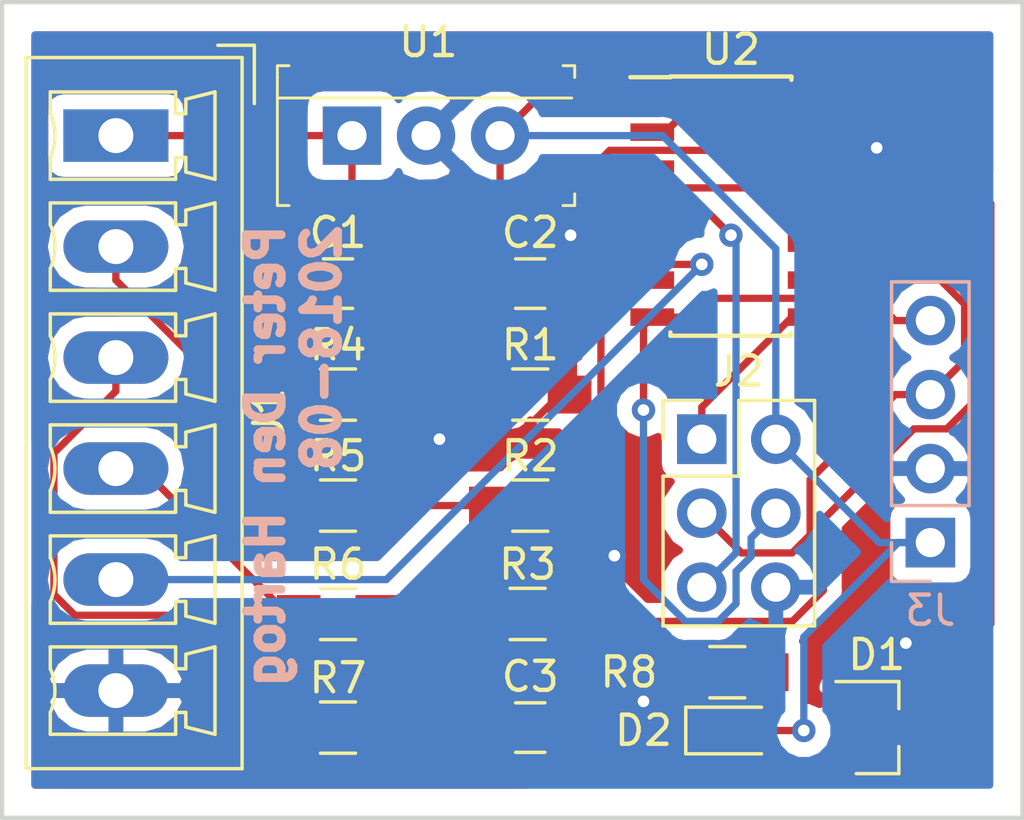
<source format=kicad_pcb>
(kicad_pcb (version 20171130) (host pcbnew "(5.0.0)")

  (general
    (thickness 1.6)
    (drawings 5)
    (tracks 143)
    (zones 0)
    (modules 18)
    (nets 20)
  )

  (page A4)
  (layers
    (0 F.Cu signal)
    (31 B.Cu signal)
    (32 B.Adhes user)
    (33 F.Adhes user)
    (34 B.Paste user)
    (35 F.Paste user)
    (36 B.SilkS user)
    (37 F.SilkS user)
    (38 B.Mask user)
    (39 F.Mask user)
    (40 Dwgs.User user)
    (41 Cmts.User user)
    (42 Eco1.User user)
    (43 Eco2.User user)
    (44 Edge.Cuts user)
    (45 Margin user)
    (46 B.CrtYd user)
    (47 F.CrtYd user)
    (48 B.Fab user hide)
    (49 F.Fab user hide)
  )

  (setup
    (last_trace_width 0.25)
    (trace_clearance 0.2)
    (zone_clearance 0.508)
    (zone_45_only no)
    (trace_min 0.2)
    (segment_width 0.2)
    (edge_width 0.15)
    (via_size 0.8)
    (via_drill 0.4)
    (via_min_size 0.4)
    (via_min_drill 0.3)
    (uvia_size 0.3)
    (uvia_drill 0.1)
    (uvias_allowed no)
    (uvia_min_size 0.2)
    (uvia_min_drill 0.1)
    (pcb_text_width 0.3)
    (pcb_text_size 1.5 1.5)
    (mod_edge_width 0.15)
    (mod_text_size 1 1)
    (mod_text_width 0.15)
    (pad_size 1.524 1.524)
    (pad_drill 0.762)
    (pad_to_mask_clearance 0.2)
    (aux_axis_origin 0 0)
    (visible_elements 7FFFFFFF)
    (pcbplotparams
      (layerselection 0x010fc_ffffffff)
      (usegerberextensions false)
      (usegerberattributes false)
      (usegerberadvancedattributes false)
      (creategerberjobfile false)
      (excludeedgelayer true)
      (linewidth 0.100000)
      (plotframeref false)
      (viasonmask false)
      (mode 1)
      (useauxorigin false)
      (hpglpennumber 1)
      (hpglpenspeed 20)
      (hpglpendiameter 15.000000)
      (psnegative false)
      (psa4output false)
      (plotreference true)
      (plotvalue true)
      (plotinvisibletext false)
      (padsonsilk false)
      (subtractmaskfromsilk false)
      (outputformat 1)
      (mirror false)
      (drillshape 0)
      (scaleselection 1)
      (outputdirectory "gerbers/"))
  )

  (net 0 "")
  (net 1 +12V)
  (net 2 GND)
  (net 3 VCC)
  (net 4 "Net-(C3-Pad1)")
  (net 5 brake_pedal)
  (net 6 tachometer)
  (net 7 speedometer)
  (net 8 servo_out)
  (net 9 MISO)
  (net 10 SCK)
  (net 11 MOSI)
  (net 12 RST)
  (net 13 "Net-(R1-Pad1)")
  (net 14 "Net-(R2-Pad1)")
  (net 15 "Net-(R3-Pad1)")
  (net 16 "Net-(U2-Pad3)")
  (net 17 "Net-(U2-Pad5)")
  (net 18 "Net-(U2-Pad13)")
  (net 19 "Net-(D2-Pad1)")

  (net_class Default "This is the default net class."
    (clearance 0.2)
    (trace_width 0.25)
    (via_dia 0.8)
    (via_drill 0.4)
    (uvia_dia 0.3)
    (uvia_drill 0.1)
    (add_net +12V)
    (add_net GND)
    (add_net MISO)
    (add_net MOSI)
    (add_net "Net-(C3-Pad1)")
    (add_net "Net-(D2-Pad1)")
    (add_net "Net-(R1-Pad1)")
    (add_net "Net-(R2-Pad1)")
    (add_net "Net-(R3-Pad1)")
    (add_net "Net-(U2-Pad13)")
    (add_net "Net-(U2-Pad3)")
    (add_net "Net-(U2-Pad5)")
    (add_net RST)
    (add_net SCK)
    (add_net VCC)
    (add_net brake_pedal)
    (add_net servo_out)
    (add_net speedometer)
    (add_net tachometer)
  )

  (module Capacitors_SMD:C_0805_HandSoldering (layer F.Cu) (tedit 58AA84A8) (tstamp 5B69D6C3)
    (at 96.52 73.66)
    (descr "Capacitor SMD 0805, hand soldering")
    (tags "capacitor 0805")
    (path /5B68F93D)
    (attr smd)
    (fp_text reference C1 (at 0 -1.75) (layer F.SilkS)
      (effects (font (size 1 1) (thickness 0.15)))
    )
    (fp_text value 0.33u (at 0 1.75) (layer F.Fab)
      (effects (font (size 1 1) (thickness 0.15)))
    )
    (fp_line (start 2.25 0.87) (end -2.25 0.87) (layer F.CrtYd) (width 0.05))
    (fp_line (start 2.25 0.87) (end 2.25 -0.88) (layer F.CrtYd) (width 0.05))
    (fp_line (start -2.25 -0.88) (end -2.25 0.87) (layer F.CrtYd) (width 0.05))
    (fp_line (start -2.25 -0.88) (end 2.25 -0.88) (layer F.CrtYd) (width 0.05))
    (fp_line (start -0.5 0.85) (end 0.5 0.85) (layer F.SilkS) (width 0.12))
    (fp_line (start 0.5 -0.85) (end -0.5 -0.85) (layer F.SilkS) (width 0.12))
    (fp_line (start -1 -0.62) (end 1 -0.62) (layer F.Fab) (width 0.1))
    (fp_line (start 1 -0.62) (end 1 0.62) (layer F.Fab) (width 0.1))
    (fp_line (start 1 0.62) (end -1 0.62) (layer F.Fab) (width 0.1))
    (fp_line (start -1 0.62) (end -1 -0.62) (layer F.Fab) (width 0.1))
    (fp_text user %R (at 0 -1.75) (layer F.Fab)
      (effects (font (size 1 1) (thickness 0.15)))
    )
    (pad 2 smd rect (at 1.25 0) (size 1.5 1.25) (layers F.Cu F.Paste F.Mask)
      (net 2 GND))
    (pad 1 smd rect (at -1.25 0) (size 1.5 1.25) (layers F.Cu F.Paste F.Mask)
      (net 1 +12V))
    (model Capacitors_SMD.3dshapes/C_0805.wrl
      (at (xyz 0 0 0))
      (scale (xyz 1 1 1))
      (rotate (xyz 0 0 0))
    )
  )

  (module Capacitors_SMD:C_0805_HandSoldering (layer F.Cu) (tedit 58AA84A8) (tstamp 5B69D6B3)
    (at 103.115 73.66)
    (descr "Capacitor SMD 0805, hand soldering")
    (tags "capacitor 0805")
    (path /5B68F9A1)
    (attr smd)
    (fp_text reference C2 (at 0 -1.75) (layer F.SilkS)
      (effects (font (size 1 1) (thickness 0.15)))
    )
    (fp_text value 0.1u (at 0 1.75) (layer F.Fab)
      (effects (font (size 1 1) (thickness 0.15)))
    )
    (fp_text user %R (at 0 -1.75) (layer F.Fab)
      (effects (font (size 1 1) (thickness 0.15)))
    )
    (fp_line (start -1 0.62) (end -1 -0.62) (layer F.Fab) (width 0.1))
    (fp_line (start 1 0.62) (end -1 0.62) (layer F.Fab) (width 0.1))
    (fp_line (start 1 -0.62) (end 1 0.62) (layer F.Fab) (width 0.1))
    (fp_line (start -1 -0.62) (end 1 -0.62) (layer F.Fab) (width 0.1))
    (fp_line (start 0.5 -0.85) (end -0.5 -0.85) (layer F.SilkS) (width 0.12))
    (fp_line (start -0.5 0.85) (end 0.5 0.85) (layer F.SilkS) (width 0.12))
    (fp_line (start -2.25 -0.88) (end 2.25 -0.88) (layer F.CrtYd) (width 0.05))
    (fp_line (start -2.25 -0.88) (end -2.25 0.87) (layer F.CrtYd) (width 0.05))
    (fp_line (start 2.25 0.87) (end 2.25 -0.88) (layer F.CrtYd) (width 0.05))
    (fp_line (start 2.25 0.87) (end -2.25 0.87) (layer F.CrtYd) (width 0.05))
    (pad 1 smd rect (at -1.25 0) (size 1.5 1.25) (layers F.Cu F.Paste F.Mask)
      (net 3 VCC))
    (pad 2 smd rect (at 1.25 0) (size 1.5 1.25) (layers F.Cu F.Paste F.Mask)
      (net 2 GND))
    (model Capacitors_SMD.3dshapes/C_0805.wrl
      (at (xyz 0 0 0))
      (scale (xyz 1 1 1))
      (rotate (xyz 0 0 0))
    )
  )

  (module Capacitors_SMD:C_0805_HandSoldering (layer F.Cu) (tedit 58AA84A8) (tstamp 5B69D6A3)
    (at 103.115 88.9)
    (descr "Capacitor SMD 0805, hand soldering")
    (tags "capacitor 0805")
    (path /5B6A5B46)
    (attr smd)
    (fp_text reference C3 (at 0 -1.75) (layer F.SilkS)
      (effects (font (size 1 1) (thickness 0.15)))
    )
    (fp_text value 1000p (at 0 1.75) (layer F.Fab)
      (effects (font (size 1 1) (thickness 0.15)))
    )
    (fp_line (start 2.25 0.87) (end -2.25 0.87) (layer F.CrtYd) (width 0.05))
    (fp_line (start 2.25 0.87) (end 2.25 -0.88) (layer F.CrtYd) (width 0.05))
    (fp_line (start -2.25 -0.88) (end -2.25 0.87) (layer F.CrtYd) (width 0.05))
    (fp_line (start -2.25 -0.88) (end 2.25 -0.88) (layer F.CrtYd) (width 0.05))
    (fp_line (start -0.5 0.85) (end 0.5 0.85) (layer F.SilkS) (width 0.12))
    (fp_line (start 0.5 -0.85) (end -0.5 -0.85) (layer F.SilkS) (width 0.12))
    (fp_line (start -1 -0.62) (end 1 -0.62) (layer F.Fab) (width 0.1))
    (fp_line (start 1 -0.62) (end 1 0.62) (layer F.Fab) (width 0.1))
    (fp_line (start 1 0.62) (end -1 0.62) (layer F.Fab) (width 0.1))
    (fp_line (start -1 0.62) (end -1 -0.62) (layer F.Fab) (width 0.1))
    (fp_text user %R (at 0 -1.75) (layer F.Fab)
      (effects (font (size 1 1) (thickness 0.15)))
    )
    (pad 2 smd rect (at 1.25 0) (size 1.5 1.25) (layers F.Cu F.Paste F.Mask)
      (net 2 GND))
    (pad 1 smd rect (at -1.25 0) (size 1.5 1.25) (layers F.Cu F.Paste F.Mask)
      (net 4 "Net-(C3-Pad1)"))
    (model Capacitors_SMD.3dshapes/C_0805.wrl
      (at (xyz 0 0 0))
      (scale (xyz 1 1 1))
      (rotate (xyz 0 0 0))
    )
  )

  (module Diodes_SMD:D_0805 (layer F.Cu) (tedit 590CE9A4) (tstamp 5B69D530)
    (at 110.05 89)
    (descr "Diode SMD in 0805 package http://datasheets.avx.com/schottky.pdf")
    (tags "smd diode")
    (path /5B6AB9B4)
    (attr smd)
    (fp_text reference D2 (at -3.05 0 180) (layer F.SilkS)
      (effects (font (size 1 1) (thickness 0.15)))
    )
    (fp_text value PWR (at 0 1.7) (layer F.Fab)
      (effects (font (size 1 1) (thickness 0.15)))
    )
    (fp_line (start -1.6 -0.8) (end 1 -0.8) (layer F.SilkS) (width 0.12))
    (fp_line (start -1.6 0.8) (end 1 0.8) (layer F.SilkS) (width 0.12))
    (fp_line (start -1 -0.65) (end 1 -0.65) (layer F.Fab) (width 0.1))
    (fp_line (start 1 -0.65) (end 1 0.65) (layer F.Fab) (width 0.1))
    (fp_line (start 1 0.65) (end -1 0.65) (layer F.Fab) (width 0.1))
    (fp_line (start -1 0.65) (end -1 -0.65) (layer F.Fab) (width 0.1))
    (fp_line (start 0.2 -0.2) (end -0.1 0) (layer F.Fab) (width 0.1))
    (fp_line (start -0.1 0) (end 0.2 0.2) (layer F.Fab) (width 0.1))
    (fp_line (start 0.2 0.2) (end 0.2 -0.2) (layer F.Fab) (width 0.1))
    (fp_line (start -0.1 -0.2) (end -0.1 0.2) (layer F.Fab) (width 0.1))
    (fp_line (start -0.1 0) (end -0.3 0) (layer F.Fab) (width 0.1))
    (fp_line (start 0.2 0) (end 0.4 0) (layer F.Fab) (width 0.1))
    (fp_line (start -1.7 -0.88) (end 1.7 -0.88) (layer F.CrtYd) (width 0.05))
    (fp_line (start 1.7 -0.88) (end 1.7 0.88) (layer F.CrtYd) (width 0.05))
    (fp_line (start 1.7 0.88) (end -1.7 0.88) (layer F.CrtYd) (width 0.05))
    (fp_line (start -1.7 0.88) (end -1.7 -0.88) (layer F.CrtYd) (width 0.05))
    (fp_line (start -1.6 -0.8) (end -1.6 0.8) (layer F.SilkS) (width 0.12))
    (fp_text user %R (at 0 -1.6) (layer F.Fab)
      (effects (font (size 1 1) (thickness 0.15)))
    )
    (pad 2 smd rect (at 1.05 0) (size 0.8 0.9) (layers F.Cu F.Paste F.Mask)
      (net 3 VCC))
    (pad 1 smd rect (at -1.05 0) (size 0.8 0.9) (layers F.Cu F.Paste F.Mask)
      (net 19 "Net-(D2-Pad1)"))
    (model ${KISYS3DMOD}/Diodes_SMD.3dshapes/D_0805.wrl
      (at (xyz 0 0 0))
      (scale (xyz 1 1 1))
      (rotate (xyz 0 0 0))
    )
  )

  (module Resistors_SMD:R_0805_HandSoldering (layer F.Cu) (tedit 58E0A804) (tstamp 5B69D4C5)
    (at 103.115 81.28)
    (descr "Resistor SMD 0805, hand soldering")
    (tags "resistor 0805")
    (path /5B69615A)
    (attr smd)
    (fp_text reference R2 (at 0 -1.7) (layer F.SilkS)
      (effects (font (size 1 1) (thickness 0.15)))
    )
    (fp_text value 10k (at 0 1.75) (layer F.Fab)
      (effects (font (size 1 1) (thickness 0.15)))
    )
    (fp_text user %R (at 0 0) (layer F.Fab)
      (effects (font (size 0.5 0.5) (thickness 0.075)))
    )
    (fp_line (start -1 0.62) (end -1 -0.62) (layer F.Fab) (width 0.1))
    (fp_line (start 1 0.62) (end -1 0.62) (layer F.Fab) (width 0.1))
    (fp_line (start 1 -0.62) (end 1 0.62) (layer F.Fab) (width 0.1))
    (fp_line (start -1 -0.62) (end 1 -0.62) (layer F.Fab) (width 0.1))
    (fp_line (start 0.6 0.88) (end -0.6 0.88) (layer F.SilkS) (width 0.12))
    (fp_line (start -0.6 -0.88) (end 0.6 -0.88) (layer F.SilkS) (width 0.12))
    (fp_line (start -2.35 -0.9) (end 2.35 -0.9) (layer F.CrtYd) (width 0.05))
    (fp_line (start -2.35 -0.9) (end -2.35 0.9) (layer F.CrtYd) (width 0.05))
    (fp_line (start 2.35 0.9) (end 2.35 -0.9) (layer F.CrtYd) (width 0.05))
    (fp_line (start 2.35 0.9) (end -2.35 0.9) (layer F.CrtYd) (width 0.05))
    (pad 1 smd rect (at -1.35 0) (size 1.5 1.3) (layers F.Cu F.Paste F.Mask)
      (net 14 "Net-(R2-Pad1)"))
    (pad 2 smd rect (at 1.35 0) (size 1.5 1.3) (layers F.Cu F.Paste F.Mask)
      (net 2 GND))
    (model ${KISYS3DMOD}/Resistors_SMD.3dshapes/R_0805.wrl
      (at (xyz 0 0 0))
      (scale (xyz 1 1 1))
      (rotate (xyz 0 0 0))
    )
  )

  (module Resistors_SMD:R_0805_HandSoldering (layer F.Cu) (tedit 58E0A804) (tstamp 5B69D4B5)
    (at 103.115 77.47)
    (descr "Resistor SMD 0805, hand soldering")
    (tags "resistor 0805")
    (path /5B694A93)
    (attr smd)
    (fp_text reference R1 (at 0 -1.7) (layer F.SilkS)
      (effects (font (size 1 1) (thickness 0.15)))
    )
    (fp_text value 10k (at 0 1.75) (layer F.Fab)
      (effects (font (size 1 1) (thickness 0.15)))
    )
    (fp_line (start 2.35 0.9) (end -2.35 0.9) (layer F.CrtYd) (width 0.05))
    (fp_line (start 2.35 0.9) (end 2.35 -0.9) (layer F.CrtYd) (width 0.05))
    (fp_line (start -2.35 -0.9) (end -2.35 0.9) (layer F.CrtYd) (width 0.05))
    (fp_line (start -2.35 -0.9) (end 2.35 -0.9) (layer F.CrtYd) (width 0.05))
    (fp_line (start -0.6 -0.88) (end 0.6 -0.88) (layer F.SilkS) (width 0.12))
    (fp_line (start 0.6 0.88) (end -0.6 0.88) (layer F.SilkS) (width 0.12))
    (fp_line (start -1 -0.62) (end 1 -0.62) (layer F.Fab) (width 0.1))
    (fp_line (start 1 -0.62) (end 1 0.62) (layer F.Fab) (width 0.1))
    (fp_line (start 1 0.62) (end -1 0.62) (layer F.Fab) (width 0.1))
    (fp_line (start -1 0.62) (end -1 -0.62) (layer F.Fab) (width 0.1))
    (fp_text user %R (at 0 0) (layer F.Fab)
      (effects (font (size 0.5 0.5) (thickness 0.075)))
    )
    (pad 2 smd rect (at 1.35 0) (size 1.5 1.3) (layers F.Cu F.Paste F.Mask)
      (net 2 GND))
    (pad 1 smd rect (at -1.35 0) (size 1.5 1.3) (layers F.Cu F.Paste F.Mask)
      (net 13 "Net-(R1-Pad1)"))
    (model ${KISYS3DMOD}/Resistors_SMD.3dshapes/R_0805.wrl
      (at (xyz 0 0 0))
      (scale (xyz 1 1 1))
      (rotate (xyz 0 0 0))
    )
  )

  (module Resistors_SMD:R_0805_HandSoldering (layer F.Cu) (tedit 58E0A804) (tstamp 5B69D4A5)
    (at 103.025 85)
    (descr "Resistor SMD 0805, hand soldering")
    (tags "resistor 0805")
    (path /5B69DB74)
    (attr smd)
    (fp_text reference R3 (at 0 -1.7) (layer F.SilkS)
      (effects (font (size 1 1) (thickness 0.15)))
    )
    (fp_text value 10k (at 0 1.75) (layer F.Fab)
      (effects (font (size 1 1) (thickness 0.15)))
    )
    (fp_text user %R (at 0 0) (layer F.Fab)
      (effects (font (size 0.5 0.5) (thickness 0.075)))
    )
    (fp_line (start -1 0.62) (end -1 -0.62) (layer F.Fab) (width 0.1))
    (fp_line (start 1 0.62) (end -1 0.62) (layer F.Fab) (width 0.1))
    (fp_line (start 1 -0.62) (end 1 0.62) (layer F.Fab) (width 0.1))
    (fp_line (start -1 -0.62) (end 1 -0.62) (layer F.Fab) (width 0.1))
    (fp_line (start 0.6 0.88) (end -0.6 0.88) (layer F.SilkS) (width 0.12))
    (fp_line (start -0.6 -0.88) (end 0.6 -0.88) (layer F.SilkS) (width 0.12))
    (fp_line (start -2.35 -0.9) (end 2.35 -0.9) (layer F.CrtYd) (width 0.05))
    (fp_line (start -2.35 -0.9) (end -2.35 0.9) (layer F.CrtYd) (width 0.05))
    (fp_line (start 2.35 0.9) (end 2.35 -0.9) (layer F.CrtYd) (width 0.05))
    (fp_line (start 2.35 0.9) (end -2.35 0.9) (layer F.CrtYd) (width 0.05))
    (pad 1 smd rect (at -1.35 0) (size 1.5 1.3) (layers F.Cu F.Paste F.Mask)
      (net 15 "Net-(R3-Pad1)"))
    (pad 2 smd rect (at 1.35 0) (size 1.5 1.3) (layers F.Cu F.Paste F.Mask)
      (net 2 GND))
    (model ${KISYS3DMOD}/Resistors_SMD.3dshapes/R_0805.wrl
      (at (xyz 0 0 0))
      (scale (xyz 1 1 1))
      (rotate (xyz 0 0 0))
    )
  )

  (module Resistors_SMD:R_0805_HandSoldering (layer F.Cu) (tedit 58E0A804) (tstamp 5B69D495)
    (at 96.52 77.47)
    (descr "Resistor SMD 0805, hand soldering")
    (tags "resistor 0805")
    (path /5B694AEF)
    (attr smd)
    (fp_text reference R4 (at 0 -1.7) (layer F.SilkS)
      (effects (font (size 1 1) (thickness 0.15)))
    )
    (fp_text value 25k (at 0 1.75) (layer F.Fab)
      (effects (font (size 1 1) (thickness 0.15)))
    )
    (fp_line (start 2.35 0.9) (end -2.35 0.9) (layer F.CrtYd) (width 0.05))
    (fp_line (start 2.35 0.9) (end 2.35 -0.9) (layer F.CrtYd) (width 0.05))
    (fp_line (start -2.35 -0.9) (end -2.35 0.9) (layer F.CrtYd) (width 0.05))
    (fp_line (start -2.35 -0.9) (end 2.35 -0.9) (layer F.CrtYd) (width 0.05))
    (fp_line (start -0.6 -0.88) (end 0.6 -0.88) (layer F.SilkS) (width 0.12))
    (fp_line (start 0.6 0.88) (end -0.6 0.88) (layer F.SilkS) (width 0.12))
    (fp_line (start -1 -0.62) (end 1 -0.62) (layer F.Fab) (width 0.1))
    (fp_line (start 1 -0.62) (end 1 0.62) (layer F.Fab) (width 0.1))
    (fp_line (start 1 0.62) (end -1 0.62) (layer F.Fab) (width 0.1))
    (fp_line (start -1 0.62) (end -1 -0.62) (layer F.Fab) (width 0.1))
    (fp_text user %R (at 0 0) (layer F.Fab)
      (effects (font (size 0.5 0.5) (thickness 0.075)))
    )
    (pad 2 smd rect (at 1.35 0) (size 1.5 1.3) (layers F.Cu F.Paste F.Mask)
      (net 13 "Net-(R1-Pad1)"))
    (pad 1 smd rect (at -1.35 0) (size 1.5 1.3) (layers F.Cu F.Paste F.Mask)
      (net 1 +12V))
    (model ${KISYS3DMOD}/Resistors_SMD.3dshapes/R_0805.wrl
      (at (xyz 0 0 0))
      (scale (xyz 1 1 1))
      (rotate (xyz 0 0 0))
    )
  )

  (module Resistors_SMD:R_0805_HandSoldering (layer F.Cu) (tedit 58E0A804) (tstamp 5B69D485)
    (at 96.52 81.28)
    (descr "Resistor SMD 0805, hand soldering")
    (tags "resistor 0805")
    (path /5B696160)
    (attr smd)
    (fp_text reference R5 (at 0 -1.7) (layer F.SilkS)
      (effects (font (size 1 1) (thickness 0.15)))
    )
    (fp_text value 25k (at 0 1.75) (layer F.Fab)
      (effects (font (size 1 1) (thickness 0.15)))
    )
    (fp_text user %R (at 0 0) (layer F.Fab)
      (effects (font (size 0.5 0.5) (thickness 0.075)))
    )
    (fp_line (start -1 0.62) (end -1 -0.62) (layer F.Fab) (width 0.1))
    (fp_line (start 1 0.62) (end -1 0.62) (layer F.Fab) (width 0.1))
    (fp_line (start 1 -0.62) (end 1 0.62) (layer F.Fab) (width 0.1))
    (fp_line (start -1 -0.62) (end 1 -0.62) (layer F.Fab) (width 0.1))
    (fp_line (start 0.6 0.88) (end -0.6 0.88) (layer F.SilkS) (width 0.12))
    (fp_line (start -0.6 -0.88) (end 0.6 -0.88) (layer F.SilkS) (width 0.12))
    (fp_line (start -2.35 -0.9) (end 2.35 -0.9) (layer F.CrtYd) (width 0.05))
    (fp_line (start -2.35 -0.9) (end -2.35 0.9) (layer F.CrtYd) (width 0.05))
    (fp_line (start 2.35 0.9) (end 2.35 -0.9) (layer F.CrtYd) (width 0.05))
    (fp_line (start 2.35 0.9) (end -2.35 0.9) (layer F.CrtYd) (width 0.05))
    (pad 1 smd rect (at -1.35 0) (size 1.5 1.3) (layers F.Cu F.Paste F.Mask)
      (net 5 brake_pedal))
    (pad 2 smd rect (at 1.35 0) (size 1.5 1.3) (layers F.Cu F.Paste F.Mask)
      (net 14 "Net-(R2-Pad1)"))
    (model ${KISYS3DMOD}/Resistors_SMD.3dshapes/R_0805.wrl
      (at (xyz 0 0 0))
      (scale (xyz 1 1 1))
      (rotate (xyz 0 0 0))
    )
  )

  (module Resistors_SMD:R_0805_HandSoldering (layer F.Cu) (tedit 58E0A804) (tstamp 5B69D475)
    (at 96.52 85)
    (descr "Resistor SMD 0805, hand soldering")
    (tags "resistor 0805")
    (path /5B69DB7A)
    (attr smd)
    (fp_text reference R6 (at 0 -1.7) (layer F.SilkS)
      (effects (font (size 1 1) (thickness 0.15)))
    )
    (fp_text value 25k (at 0 1.75) (layer F.Fab)
      (effects (font (size 1 1) (thickness 0.15)))
    )
    (fp_line (start 2.35 0.9) (end -2.35 0.9) (layer F.CrtYd) (width 0.05))
    (fp_line (start 2.35 0.9) (end 2.35 -0.9) (layer F.CrtYd) (width 0.05))
    (fp_line (start -2.35 -0.9) (end -2.35 0.9) (layer F.CrtYd) (width 0.05))
    (fp_line (start -2.35 -0.9) (end 2.35 -0.9) (layer F.CrtYd) (width 0.05))
    (fp_line (start -0.6 -0.88) (end 0.6 -0.88) (layer F.SilkS) (width 0.12))
    (fp_line (start 0.6 0.88) (end -0.6 0.88) (layer F.SilkS) (width 0.12))
    (fp_line (start -1 -0.62) (end 1 -0.62) (layer F.Fab) (width 0.1))
    (fp_line (start 1 -0.62) (end 1 0.62) (layer F.Fab) (width 0.1))
    (fp_line (start 1 0.62) (end -1 0.62) (layer F.Fab) (width 0.1))
    (fp_line (start -1 0.62) (end -1 -0.62) (layer F.Fab) (width 0.1))
    (fp_text user %R (at 0 0) (layer F.Fab)
      (effects (font (size 0.5 0.5) (thickness 0.075)))
    )
    (pad 2 smd rect (at 1.35 0) (size 1.5 1.3) (layers F.Cu F.Paste F.Mask)
      (net 15 "Net-(R3-Pad1)"))
    (pad 1 smd rect (at -1.35 0) (size 1.5 1.3) (layers F.Cu F.Paste F.Mask)
      (net 7 speedometer))
    (model ${KISYS3DMOD}/Resistors_SMD.3dshapes/R_0805.wrl
      (at (xyz 0 0 0))
      (scale (xyz 1 1 1))
      (rotate (xyz 0 0 0))
    )
  )

  (module Resistors_SMD:R_0805_HandSoldering (layer F.Cu) (tedit 58E0A804) (tstamp 5B69D465)
    (at 96.52 88.9)
    (descr "Resistor SMD 0805, hand soldering")
    (tags "resistor 0805")
    (path /5B6ADACF)
    (attr smd)
    (fp_text reference R7 (at 0 -1.7) (layer F.SilkS)
      (effects (font (size 1 1) (thickness 0.15)))
    )
    (fp_text value 20k (at 0 1.75) (layer F.Fab)
      (effects (font (size 1 1) (thickness 0.15)))
    )
    (fp_text user %R (at 0 0) (layer F.Fab)
      (effects (font (size 0.5 0.5) (thickness 0.075)))
    )
    (fp_line (start -1 0.62) (end -1 -0.62) (layer F.Fab) (width 0.1))
    (fp_line (start 1 0.62) (end -1 0.62) (layer F.Fab) (width 0.1))
    (fp_line (start 1 -0.62) (end 1 0.62) (layer F.Fab) (width 0.1))
    (fp_line (start -1 -0.62) (end 1 -0.62) (layer F.Fab) (width 0.1))
    (fp_line (start 0.6 0.88) (end -0.6 0.88) (layer F.SilkS) (width 0.12))
    (fp_line (start -0.6 -0.88) (end 0.6 -0.88) (layer F.SilkS) (width 0.12))
    (fp_line (start -2.35 -0.9) (end 2.35 -0.9) (layer F.CrtYd) (width 0.05))
    (fp_line (start -2.35 -0.9) (end -2.35 0.9) (layer F.CrtYd) (width 0.05))
    (fp_line (start 2.35 0.9) (end 2.35 -0.9) (layer F.CrtYd) (width 0.05))
    (fp_line (start 2.35 0.9) (end -2.35 0.9) (layer F.CrtYd) (width 0.05))
    (pad 1 smd rect (at -1.35 0) (size 1.5 1.3) (layers F.Cu F.Paste F.Mask)
      (net 4 "Net-(C3-Pad1)"))
    (pad 2 smd rect (at 1.35 0) (size 1.5 1.3) (layers F.Cu F.Paste F.Mask)
      (net 6 tachometer))
    (model ${KISYS3DMOD}/Resistors_SMD.3dshapes/R_0805.wrl
      (at (xyz 0 0 0))
      (scale (xyz 1 1 1))
      (rotate (xyz 0 0 0))
    )
  )

  (module Resistors_SMD:R_0805_HandSoldering (layer F.Cu) (tedit 58E0A804) (tstamp 5B69D8A5)
    (at 109.875001 87)
    (descr "Resistor SMD 0805, hand soldering")
    (tags "resistor 0805")
    (path /5B6AE707)
    (attr smd)
    (fp_text reference R8 (at -3.375001 0) (layer F.SilkS)
      (effects (font (size 1 1) (thickness 0.15)))
    )
    (fp_text value 1k (at 0 1.75) (layer F.Fab)
      (effects (font (size 1 1) (thickness 0.15)))
    )
    (fp_line (start 2.35 0.9) (end -2.35 0.9) (layer F.CrtYd) (width 0.05))
    (fp_line (start 2.35 0.9) (end 2.35 -0.9) (layer F.CrtYd) (width 0.05))
    (fp_line (start -2.35 -0.9) (end -2.35 0.9) (layer F.CrtYd) (width 0.05))
    (fp_line (start -2.35 -0.9) (end 2.35 -0.9) (layer F.CrtYd) (width 0.05))
    (fp_line (start -0.6 -0.88) (end 0.6 -0.88) (layer F.SilkS) (width 0.12))
    (fp_line (start 0.6 0.88) (end -0.6 0.88) (layer F.SilkS) (width 0.12))
    (fp_line (start -1 -0.62) (end 1 -0.62) (layer F.Fab) (width 0.1))
    (fp_line (start 1 -0.62) (end 1 0.62) (layer F.Fab) (width 0.1))
    (fp_line (start 1 0.62) (end -1 0.62) (layer F.Fab) (width 0.1))
    (fp_line (start -1 0.62) (end -1 -0.62) (layer F.Fab) (width 0.1))
    (fp_text user %R (at 0 0) (layer F.Fab)
      (effects (font (size 0.5 0.5) (thickness 0.075)))
    )
    (pad 2 smd rect (at 1.35 0) (size 1.5 1.3) (layers F.Cu F.Paste F.Mask)
      (net 19 "Net-(D2-Pad1)"))
    (pad 1 smd rect (at -1.35 0) (size 1.5 1.3) (layers F.Cu F.Paste F.Mask)
      (net 2 GND))
    (model ${KISYS3DMOD}/Resistors_SMD.3dshapes/R_0805.wrl
      (at (xyz 0 0 0))
      (scale (xyz 1 1 1))
      (rotate (xyz 0 0 0))
    )
  )

  (module Diode_SMD:D_SOT-23_ANK (layer F.Cu) (tedit 587CCEF9) (tstamp 5B81FC4C)
    (at 115 88.9)
    (descr "SOT-23, Single Diode")
    (tags SOT-23)
    (path /5B6AE244)
    (attr smd)
    (fp_text reference D1 (at 0 -2.5) (layer F.SilkS)
      (effects (font (size 1 1) (thickness 0.15)))
    )
    (fp_text value BZX84Cxx (at 0 2.5) (layer F.Fab)
      (effects (font (size 1 1) (thickness 0.15)))
    )
    (fp_text user %R (at 0 -2.5) (layer F.Fab)
      (effects (font (size 1 1) (thickness 0.15)))
    )
    (fp_line (start -0.15 -0.45) (end -0.4 -0.45) (layer F.Fab) (width 0.1))
    (fp_line (start -0.15 -0.25) (end 0.15 -0.45) (layer F.Fab) (width 0.1))
    (fp_line (start -0.15 -0.65) (end -0.15 -0.25) (layer F.Fab) (width 0.1))
    (fp_line (start 0.15 -0.45) (end -0.15 -0.65) (layer F.Fab) (width 0.1))
    (fp_line (start 0.15 -0.45) (end 0.4 -0.45) (layer F.Fab) (width 0.1))
    (fp_line (start 0.15 -0.65) (end 0.15 -0.25) (layer F.Fab) (width 0.1))
    (fp_line (start 0.76 1.58) (end 0.76 0.65) (layer F.SilkS) (width 0.12))
    (fp_line (start 0.76 -1.58) (end 0.76 -0.65) (layer F.SilkS) (width 0.12))
    (fp_line (start 0.7 -1.52) (end 0.7 1.52) (layer F.Fab) (width 0.1))
    (fp_line (start -0.7 1.52) (end 0.7 1.52) (layer F.Fab) (width 0.1))
    (fp_line (start -1.7 -1.75) (end 1.7 -1.75) (layer F.CrtYd) (width 0.05))
    (fp_line (start 1.7 -1.75) (end 1.7 1.75) (layer F.CrtYd) (width 0.05))
    (fp_line (start 1.7 1.75) (end -1.7 1.75) (layer F.CrtYd) (width 0.05))
    (fp_line (start -1.7 1.75) (end -1.7 -1.75) (layer F.CrtYd) (width 0.05))
    (fp_line (start 0.76 -1.58) (end -1.4 -1.58) (layer F.SilkS) (width 0.12))
    (fp_line (start -0.7 -1.52) (end 0.7 -1.52) (layer F.Fab) (width 0.1))
    (fp_line (start -0.7 -1.52) (end -0.7 1.52) (layer F.Fab) (width 0.1))
    (fp_line (start 0.76 1.58) (end -0.7 1.58) (layer F.SilkS) (width 0.12))
    (pad 2 smd rect (at -1 -0.95) (size 0.9 0.8) (layers F.Cu F.Paste F.Mask)
      (net 2 GND))
    (pad "" smd rect (at -1 0.95) (size 0.9 0.8) (layers F.Cu F.Paste F.Mask))
    (pad 1 smd rect (at 1 0) (size 0.9 0.8) (layers F.Cu F.Paste F.Mask)
      (net 4 "Net-(C3-Pad1)"))
    (model ${KISYS3DMOD}/Diode_SMD.3dshapes/D_SOT-23.wrl
      (at (xyz 0 0 0))
      (scale (xyz 1 1 1))
      (rotate (xyz 0 0 0))
    )
  )

  (module Connector_Phoenix_MC:PhoenixContact_MCV_1,5_6-G-3.81_1x06_P3.81mm_Vertical (layer F.Cu) (tedit 5A00FA1A) (tstamp 5B81E354)
    (at 88.9 68.58 270)
    (descr "Generic Phoenix Contact connector footprint for: MCV_1,5/6-G-3.81; number of pins: 06; pin pitch: 3.81mm; Vertical || order number: 1803468 8A 160V")
    (tags "phoenix_contact connector MCV_01x06_G_3.81mm")
    (path /5B68F6BC)
    (fp_text reference J1 (at 9.525 -5.25 270) (layer F.SilkS)
      (effects (font (size 1 1) (thickness 0.15)))
    )
    (fp_text value 15EDGK-3.81-05P (at 9.525 4 270) (layer F.Fab)
      (effects (font (size 1 1) (thickness 0.15)))
    )
    (fp_arc (start 0 3.95) (end -0.75 2.25) (angle 47.6) (layer F.SilkS) (width 0.12))
    (fp_arc (start 3.81 3.95) (end 3.06 2.25) (angle 47.6) (layer F.SilkS) (width 0.12))
    (fp_arc (start 7.62 3.95) (end 6.87 2.25) (angle 47.6) (layer F.SilkS) (width 0.12))
    (fp_arc (start 11.43 3.95) (end 10.68 2.25) (angle 47.6) (layer F.SilkS) (width 0.12))
    (fp_arc (start 15.24 3.95) (end 14.49 2.25) (angle 47.6) (layer F.SilkS) (width 0.12))
    (fp_arc (start 19.05 3.95) (end 18.3 2.25) (angle 47.6) (layer F.SilkS) (width 0.12))
    (fp_line (start -2.68 -4.33) (end -2.68 3.08) (layer F.SilkS) (width 0.12))
    (fp_line (start -2.68 3.08) (end 21.73 3.08) (layer F.SilkS) (width 0.12))
    (fp_line (start 21.73 3.08) (end 21.73 -4.33) (layer F.SilkS) (width 0.12))
    (fp_line (start 21.73 -4.33) (end -2.68 -4.33) (layer F.SilkS) (width 0.12))
    (fp_line (start -2.6 -4.25) (end -2.6 3) (layer F.Fab) (width 0.1))
    (fp_line (start -2.6 3) (end 21.65 3) (layer F.Fab) (width 0.1))
    (fp_line (start 21.65 3) (end 21.65 -4.25) (layer F.Fab) (width 0.1))
    (fp_line (start 21.65 -4.25) (end -2.6 -4.25) (layer F.Fab) (width 0.1))
    (fp_line (start -0.75 2.25) (end -1.5 2.25) (layer F.SilkS) (width 0.12))
    (fp_line (start -1.5 2.25) (end -1.5 -2.05) (layer F.SilkS) (width 0.12))
    (fp_line (start -1.5 -2.05) (end -0.75 -2.05) (layer F.SilkS) (width 0.12))
    (fp_line (start -0.75 -2.05) (end -0.75 -2.4) (layer F.SilkS) (width 0.12))
    (fp_line (start -0.75 -2.4) (end -1.25 -2.4) (layer F.SilkS) (width 0.12))
    (fp_line (start -1.25 -2.4) (end -1.5 -3.4) (layer F.SilkS) (width 0.12))
    (fp_line (start -1.5 -3.4) (end 1.5 -3.4) (layer F.SilkS) (width 0.12))
    (fp_line (start 1.5 -3.4) (end 1.25 -2.4) (layer F.SilkS) (width 0.12))
    (fp_line (start 1.25 -2.4) (end 0.75 -2.4) (layer F.SilkS) (width 0.12))
    (fp_line (start 0.75 -2.4) (end 0.75 -2.05) (layer F.SilkS) (width 0.12))
    (fp_line (start 0.75 -2.05) (end 1.5 -2.05) (layer F.SilkS) (width 0.12))
    (fp_line (start 1.5 -2.05) (end 1.5 2.25) (layer F.SilkS) (width 0.12))
    (fp_line (start 1.5 2.25) (end 0.75 2.25) (layer F.SilkS) (width 0.12))
    (fp_line (start 3.06 2.25) (end 2.31 2.25) (layer F.SilkS) (width 0.12))
    (fp_line (start 2.31 2.25) (end 2.31 -2.05) (layer F.SilkS) (width 0.12))
    (fp_line (start 2.31 -2.05) (end 3.06 -2.05) (layer F.SilkS) (width 0.12))
    (fp_line (start 3.06 -2.05) (end 3.06 -2.4) (layer F.SilkS) (width 0.12))
    (fp_line (start 3.06 -2.4) (end 2.56 -2.4) (layer F.SilkS) (width 0.12))
    (fp_line (start 2.56 -2.4) (end 2.31 -3.4) (layer F.SilkS) (width 0.12))
    (fp_line (start 2.31 -3.4) (end 5.31 -3.4) (layer F.SilkS) (width 0.12))
    (fp_line (start 5.31 -3.4) (end 5.06 -2.4) (layer F.SilkS) (width 0.12))
    (fp_line (start 5.06 -2.4) (end 4.56 -2.4) (layer F.SilkS) (width 0.12))
    (fp_line (start 4.56 -2.4) (end 4.56 -2.05) (layer F.SilkS) (width 0.12))
    (fp_line (start 4.56 -2.05) (end 5.31 -2.05) (layer F.SilkS) (width 0.12))
    (fp_line (start 5.31 -2.05) (end 5.31 2.25) (layer F.SilkS) (width 0.12))
    (fp_line (start 5.31 2.25) (end 4.56 2.25) (layer F.SilkS) (width 0.12))
    (fp_line (start 6.87 2.25) (end 6.12 2.25) (layer F.SilkS) (width 0.12))
    (fp_line (start 6.12 2.25) (end 6.12 -2.05) (layer F.SilkS) (width 0.12))
    (fp_line (start 6.12 -2.05) (end 6.87 -2.05) (layer F.SilkS) (width 0.12))
    (fp_line (start 6.87 -2.05) (end 6.87 -2.4) (layer F.SilkS) (width 0.12))
    (fp_line (start 6.87 -2.4) (end 6.37 -2.4) (layer F.SilkS) (width 0.12))
    (fp_line (start 6.37 -2.4) (end 6.12 -3.4) (layer F.SilkS) (width 0.12))
    (fp_line (start 6.12 -3.4) (end 9.12 -3.4) (layer F.SilkS) (width 0.12))
    (fp_line (start 9.12 -3.4) (end 8.87 -2.4) (layer F.SilkS) (width 0.12))
    (fp_line (start 8.87 -2.4) (end 8.37 -2.4) (layer F.SilkS) (width 0.12))
    (fp_line (start 8.37 -2.4) (end 8.37 -2.05) (layer F.SilkS) (width 0.12))
    (fp_line (start 8.37 -2.05) (end 9.12 -2.05) (layer F.SilkS) (width 0.12))
    (fp_line (start 9.12 -2.05) (end 9.12 2.25) (layer F.SilkS) (width 0.12))
    (fp_line (start 9.12 2.25) (end 8.37 2.25) (layer F.SilkS) (width 0.12))
    (fp_line (start 10.68 2.25) (end 9.93 2.25) (layer F.SilkS) (width 0.12))
    (fp_line (start 9.93 2.25) (end 9.93 -2.05) (layer F.SilkS) (width 0.12))
    (fp_line (start 9.93 -2.05) (end 10.68 -2.05) (layer F.SilkS) (width 0.12))
    (fp_line (start 10.68 -2.05) (end 10.68 -2.4) (layer F.SilkS) (width 0.12))
    (fp_line (start 10.68 -2.4) (end 10.18 -2.4) (layer F.SilkS) (width 0.12))
    (fp_line (start 10.18 -2.4) (end 9.93 -3.4) (layer F.SilkS) (width 0.12))
    (fp_line (start 9.93 -3.4) (end 12.93 -3.4) (layer F.SilkS) (width 0.12))
    (fp_line (start 12.93 -3.4) (end 12.68 -2.4) (layer F.SilkS) (width 0.12))
    (fp_line (start 12.68 -2.4) (end 12.18 -2.4) (layer F.SilkS) (width 0.12))
    (fp_line (start 12.18 -2.4) (end 12.18 -2.05) (layer F.SilkS) (width 0.12))
    (fp_line (start 12.18 -2.05) (end 12.93 -2.05) (layer F.SilkS) (width 0.12))
    (fp_line (start 12.93 -2.05) (end 12.93 2.25) (layer F.SilkS) (width 0.12))
    (fp_line (start 12.93 2.25) (end 12.18 2.25) (layer F.SilkS) (width 0.12))
    (fp_line (start 14.49 2.25) (end 13.74 2.25) (layer F.SilkS) (width 0.12))
    (fp_line (start 13.74 2.25) (end 13.74 -2.05) (layer F.SilkS) (width 0.12))
    (fp_line (start 13.74 -2.05) (end 14.49 -2.05) (layer F.SilkS) (width 0.12))
    (fp_line (start 14.49 -2.05) (end 14.49 -2.4) (layer F.SilkS) (width 0.12))
    (fp_line (start 14.49 -2.4) (end 13.99 -2.4) (layer F.SilkS) (width 0.12))
    (fp_line (start 13.99 -2.4) (end 13.74 -3.4) (layer F.SilkS) (width 0.12))
    (fp_line (start 13.74 -3.4) (end 16.74 -3.4) (layer F.SilkS) (width 0.12))
    (fp_line (start 16.74 -3.4) (end 16.49 -2.4) (layer F.SilkS) (width 0.12))
    (fp_line (start 16.49 -2.4) (end 15.99 -2.4) (layer F.SilkS) (width 0.12))
    (fp_line (start 15.99 -2.4) (end 15.99 -2.05) (layer F.SilkS) (width 0.12))
    (fp_line (start 15.99 -2.05) (end 16.74 -2.05) (layer F.SilkS) (width 0.12))
    (fp_line (start 16.74 -2.05) (end 16.74 2.25) (layer F.SilkS) (width 0.12))
    (fp_line (start 16.74 2.25) (end 15.99 2.25) (layer F.SilkS) (width 0.12))
    (fp_line (start 18.3 2.25) (end 17.55 2.25) (layer F.SilkS) (width 0.12))
    (fp_line (start 17.55 2.25) (end 17.55 -2.05) (layer F.SilkS) (width 0.12))
    (fp_line (start 17.55 -2.05) (end 18.3 -2.05) (layer F.SilkS) (width 0.12))
    (fp_line (start 18.3 -2.05) (end 18.3 -2.4) (layer F.SilkS) (width 0.12))
    (fp_line (start 18.3 -2.4) (end 17.8 -2.4) (layer F.SilkS) (width 0.12))
    (fp_line (start 17.8 -2.4) (end 17.55 -3.4) (layer F.SilkS) (width 0.12))
    (fp_line (start 17.55 -3.4) (end 20.55 -3.4) (layer F.SilkS) (width 0.12))
    (fp_line (start 20.55 -3.4) (end 20.3 -2.4) (layer F.SilkS) (width 0.12))
    (fp_line (start 20.3 -2.4) (end 19.8 -2.4) (layer F.SilkS) (width 0.12))
    (fp_line (start 19.8 -2.4) (end 19.8 -2.05) (layer F.SilkS) (width 0.12))
    (fp_line (start 19.8 -2.05) (end 20.55 -2.05) (layer F.SilkS) (width 0.12))
    (fp_line (start 20.55 -2.05) (end 20.55 2.25) (layer F.SilkS) (width 0.12))
    (fp_line (start 20.55 2.25) (end 19.8 2.25) (layer F.SilkS) (width 0.12))
    (fp_line (start -3.1 -4.75) (end -3.1 3.5) (layer F.CrtYd) (width 0.05))
    (fp_line (start -3.1 3.5) (end 22.15 3.5) (layer F.CrtYd) (width 0.05))
    (fp_line (start 22.15 3.5) (end 22.15 -4.75) (layer F.CrtYd) (width 0.05))
    (fp_line (start 22.15 -4.75) (end -3.1 -4.75) (layer F.CrtYd) (width 0.05))
    (fp_line (start -3.1 -3.5) (end -3.1 -4.75) (layer F.SilkS) (width 0.12))
    (fp_line (start -3.1 -4.75) (end -1.1 -4.75) (layer F.SilkS) (width 0.12))
    (fp_line (start -3.1 -3.5) (end -3.1 -4.75) (layer F.Fab) (width 0.1))
    (fp_line (start -3.1 -4.75) (end -1.1 -4.75) (layer F.Fab) (width 0.1))
    (fp_text user %R (at 9.525 -3 270) (layer F.Fab)
      (effects (font (size 1 1) (thickness 0.15)))
    )
    (pad 1 thru_hole rect (at 0 0 270) (size 1.8 3.6) (drill 1.2) (layers *.Cu *.Mask)
      (net 1 +12V))
    (pad 2 thru_hole oval (at 3.81 0 270) (size 1.8 3.6) (drill 1.2) (layers *.Cu *.Mask)
      (net 5 brake_pedal))
    (pad 3 thru_hole oval (at 7.62 0 270) (size 1.8 3.6) (drill 1.2) (layers *.Cu *.Mask)
      (net 6 tachometer))
    (pad 4 thru_hole oval (at 11.43 0 270) (size 1.8 3.6) (drill 1.2) (layers *.Cu *.Mask)
      (net 7 speedometer))
    (pad 5 thru_hole oval (at 15.24 0 270) (size 1.8 3.6) (drill 1.2) (layers *.Cu *.Mask)
      (net 8 servo_out))
    (pad 6 thru_hole oval (at 19.05 0 270) (size 1.8 3.6) (drill 1.2) (layers *.Cu *.Mask)
      (net 2 GND))
    (model ${KISYS3DMOD}/Connector_Phoenix_MC.3dshapes/PhoenixContact_MCV_1,5_6-G-3.81_1x06_P3.81mm_Vertical.wrl
      (at (xyz 0 0 0))
      (scale (xyz 1 1 1))
      (rotate (xyz 0 0 0))
    )
  )

  (module Package_SO:SOIC-14_3.9x8.7mm_P1.27mm (layer F.Cu) (tedit 5A02F2D3) (tstamp 5B81D83E)
    (at 110 71)
    (descr "14-Lead Plastic Small Outline (SL) - Narrow, 3.90 mm Body [SOIC] (see Microchip Packaging Specification 00000049BS.pdf)")
    (tags "SOIC 1.27")
    (path /5B68F1A8)
    (attr smd)
    (fp_text reference U2 (at 0 -5.375) (layer F.SilkS)
      (effects (font (size 1 1) (thickness 0.15)))
    )
    (fp_text value ATTINY84A-PU (at 0 5.375) (layer F.Fab)
      (effects (font (size 1 1) (thickness 0.15)))
    )
    (fp_text user %R (at 0 0) (layer F.Fab)
      (effects (font (size 0.9 0.9) (thickness 0.135)))
    )
    (fp_line (start -0.95 -4.35) (end 1.95 -4.35) (layer F.Fab) (width 0.15))
    (fp_line (start 1.95 -4.35) (end 1.95 4.35) (layer F.Fab) (width 0.15))
    (fp_line (start 1.95 4.35) (end -1.95 4.35) (layer F.Fab) (width 0.15))
    (fp_line (start -1.95 4.35) (end -1.95 -3.35) (layer F.Fab) (width 0.15))
    (fp_line (start -1.95 -3.35) (end -0.95 -4.35) (layer F.Fab) (width 0.15))
    (fp_line (start -3.7 -4.65) (end -3.7 4.65) (layer F.CrtYd) (width 0.05))
    (fp_line (start 3.7 -4.65) (end 3.7 4.65) (layer F.CrtYd) (width 0.05))
    (fp_line (start -3.7 -4.65) (end 3.7 -4.65) (layer F.CrtYd) (width 0.05))
    (fp_line (start -3.7 4.65) (end 3.7 4.65) (layer F.CrtYd) (width 0.05))
    (fp_line (start -2.075 -4.45) (end -2.075 -4.425) (layer F.SilkS) (width 0.15))
    (fp_line (start 2.075 -4.45) (end 2.075 -4.335) (layer F.SilkS) (width 0.15))
    (fp_line (start 2.075 4.45) (end 2.075 4.335) (layer F.SilkS) (width 0.15))
    (fp_line (start -2.075 4.45) (end -2.075 4.335) (layer F.SilkS) (width 0.15))
    (fp_line (start -2.075 -4.45) (end 2.075 -4.45) (layer F.SilkS) (width 0.15))
    (fp_line (start -2.075 4.45) (end 2.075 4.45) (layer F.SilkS) (width 0.15))
    (fp_line (start -2.075 -4.425) (end -3.45 -4.425) (layer F.SilkS) (width 0.15))
    (pad 1 smd rect (at -2.7 -3.81) (size 1.5 0.6) (layers F.Cu F.Paste F.Mask)
      (net 3 VCC))
    (pad 2 smd rect (at -2.7 -2.54) (size 1.5 0.6) (layers F.Cu F.Paste F.Mask)
      (net 4 "Net-(C3-Pad1)"))
    (pad 3 smd rect (at -2.7 -1.27) (size 1.5 0.6) (layers F.Cu F.Paste F.Mask)
      (net 16 "Net-(U2-Pad3)"))
    (pad 4 smd rect (at -2.7 0) (size 1.5 0.6) (layers F.Cu F.Paste F.Mask)
      (net 12 RST))
    (pad 5 smd rect (at -2.7 1.27) (size 1.5 0.6) (layers F.Cu F.Paste F.Mask)
      (net 17 "Net-(U2-Pad5)"))
    (pad 6 smd rect (at -2.7 2.54) (size 1.5 0.6) (layers F.Cu F.Paste F.Mask)
      (net 8 servo_out))
    (pad 7 smd rect (at -2.7 3.81) (size 1.5 0.6) (layers F.Cu F.Paste F.Mask)
      (net 11 MOSI))
    (pad 8 smd rect (at 2.7 3.81) (size 1.5 0.6) (layers F.Cu F.Paste F.Mask)
      (net 9 MISO))
    (pad 9 smd rect (at 2.7 2.54) (size 1.5 0.6) (layers F.Cu F.Paste F.Mask)
      (net 10 SCK))
    (pad 10 smd rect (at 2.7 1.27) (size 1.5 0.6) (layers F.Cu F.Paste F.Mask)
      (net 15 "Net-(R3-Pad1)"))
    (pad 11 smd rect (at 2.7 0) (size 1.5 0.6) (layers F.Cu F.Paste F.Mask)
      (net 14 "Net-(R2-Pad1)"))
    (pad 12 smd rect (at 2.7 -1.27) (size 1.5 0.6) (layers F.Cu F.Paste F.Mask)
      (net 13 "Net-(R1-Pad1)"))
    (pad 13 smd rect (at 2.7 -2.54) (size 1.5 0.6) (layers F.Cu F.Paste F.Mask)
      (net 18 "Net-(U2-Pad13)"))
    (pad 14 smd rect (at 2.7 -3.81) (size 1.5 0.6) (layers F.Cu F.Paste F.Mask)
      (net 2 GND))
    (model ${KISYS3DMOD}/Package_SO.3dshapes/SOIC-14_3.9x8.7mm_P1.27mm.wrl
      (at (xyz 0 0 0))
      (scale (xyz 1 1 1))
      (rotate (xyz 0 0 0))
    )
  )

  (module Connector_PinHeader_2.54mm:PinHeader_2x03_P2.54mm_Vertical (layer F.Cu) (tedit 59FED5CC) (tstamp 5B81C411)
    (at 109 79)
    (descr "Through hole straight pin header, 2x03, 2.54mm pitch, double rows")
    (tags "Through hole pin header THT 2x03 2.54mm double row")
    (path /5B691FC5)
    (fp_text reference J2 (at 1.27 -2.33) (layer F.SilkS)
      (effects (font (size 1 1) (thickness 0.15)))
    )
    (fp_text value ISP (at 1.27 7.41) (layer F.Fab)
      (effects (font (size 1 1) (thickness 0.15)))
    )
    (fp_line (start 0 -1.27) (end 3.81 -1.27) (layer F.Fab) (width 0.1))
    (fp_line (start 3.81 -1.27) (end 3.81 6.35) (layer F.Fab) (width 0.1))
    (fp_line (start 3.81 6.35) (end -1.27 6.35) (layer F.Fab) (width 0.1))
    (fp_line (start -1.27 6.35) (end -1.27 0) (layer F.Fab) (width 0.1))
    (fp_line (start -1.27 0) (end 0 -1.27) (layer F.Fab) (width 0.1))
    (fp_line (start -1.33 6.41) (end 3.87 6.41) (layer F.SilkS) (width 0.12))
    (fp_line (start -1.33 1.27) (end -1.33 6.41) (layer F.SilkS) (width 0.12))
    (fp_line (start 3.87 -1.33) (end 3.87 6.41) (layer F.SilkS) (width 0.12))
    (fp_line (start -1.33 1.27) (end 1.27 1.27) (layer F.SilkS) (width 0.12))
    (fp_line (start 1.27 1.27) (end 1.27 -1.33) (layer F.SilkS) (width 0.12))
    (fp_line (start 1.27 -1.33) (end 3.87 -1.33) (layer F.SilkS) (width 0.12))
    (fp_line (start -1.33 0) (end -1.33 -1.33) (layer F.SilkS) (width 0.12))
    (fp_line (start -1.33 -1.33) (end 0 -1.33) (layer F.SilkS) (width 0.12))
    (fp_line (start -1.8 -1.8) (end -1.8 6.85) (layer F.CrtYd) (width 0.05))
    (fp_line (start -1.8 6.85) (end 4.35 6.85) (layer F.CrtYd) (width 0.05))
    (fp_line (start 4.35 6.85) (end 4.35 -1.8) (layer F.CrtYd) (width 0.05))
    (fp_line (start 4.35 -1.8) (end -1.8 -1.8) (layer F.CrtYd) (width 0.05))
    (fp_text user %R (at 1.27 2.54 90) (layer F.Fab)
      (effects (font (size 1 1) (thickness 0.15)))
    )
    (pad 1 thru_hole rect (at 0 0) (size 1.7 1.7) (drill 1) (layers *.Cu *.Mask)
      (net 9 MISO))
    (pad 2 thru_hole oval (at 2.54 0) (size 1.7 1.7) (drill 1) (layers *.Cu *.Mask)
      (net 3 VCC))
    (pad 3 thru_hole oval (at 0 2.54) (size 1.7 1.7) (drill 1) (layers *.Cu *.Mask)
      (net 10 SCK))
    (pad 4 thru_hole oval (at 2.54 2.54) (size 1.7 1.7) (drill 1) (layers *.Cu *.Mask)
      (net 11 MOSI))
    (pad 5 thru_hole oval (at 0 5.08) (size 1.7 1.7) (drill 1) (layers *.Cu *.Mask)
      (net 12 RST))
    (pad 6 thru_hole oval (at 2.54 5.08) (size 1.7 1.7) (drill 1) (layers *.Cu *.Mask)
      (net 2 GND))
    (model ${KISYS3DMOD}/Connector_PinHeader_2.54mm.3dshapes/PinHeader_2x03_P2.54mm_Vertical.wrl
      (at (xyz 0 0 0))
      (scale (xyz 1 1 1))
      (rotate (xyz 0 0 0))
    )
  )

  (module Connector_PinHeader_2.54mm:PinHeader_1x04_P2.54mm_Vertical (layer B.Cu) (tedit 59FED5CC) (tstamp 5B81C429)
    (at 116.84 82.55)
    (descr "Through hole straight pin header, 1x04, 2.54mm pitch, single row")
    (tags "Through hole pin header THT 1x04 2.54mm single row")
    (path /5B6A01EA)
    (fp_text reference J3 (at 0 2.33) (layer B.SilkS)
      (effects (font (size 1 1) (thickness 0.15)) (justify mirror))
    )
    (fp_text value Display (at 0 -9.95) (layer B.Fab)
      (effects (font (size 1 1) (thickness 0.15)) (justify mirror))
    )
    (fp_line (start -0.635 1.27) (end 1.27 1.27) (layer B.Fab) (width 0.1))
    (fp_line (start 1.27 1.27) (end 1.27 -8.89) (layer B.Fab) (width 0.1))
    (fp_line (start 1.27 -8.89) (end -1.27 -8.89) (layer B.Fab) (width 0.1))
    (fp_line (start -1.27 -8.89) (end -1.27 0.635) (layer B.Fab) (width 0.1))
    (fp_line (start -1.27 0.635) (end -0.635 1.27) (layer B.Fab) (width 0.1))
    (fp_line (start -1.33 -8.95) (end 1.33 -8.95) (layer B.SilkS) (width 0.12))
    (fp_line (start -1.33 -1.27) (end -1.33 -8.95) (layer B.SilkS) (width 0.12))
    (fp_line (start 1.33 -1.27) (end 1.33 -8.95) (layer B.SilkS) (width 0.12))
    (fp_line (start -1.33 -1.27) (end 1.33 -1.27) (layer B.SilkS) (width 0.12))
    (fp_line (start -1.33 0) (end -1.33 1.33) (layer B.SilkS) (width 0.12))
    (fp_line (start -1.33 1.33) (end 0 1.33) (layer B.SilkS) (width 0.12))
    (fp_line (start -1.8 1.8) (end -1.8 -9.4) (layer B.CrtYd) (width 0.05))
    (fp_line (start -1.8 -9.4) (end 1.8 -9.4) (layer B.CrtYd) (width 0.05))
    (fp_line (start 1.8 -9.4) (end 1.8 1.8) (layer B.CrtYd) (width 0.05))
    (fp_line (start 1.8 1.8) (end -1.8 1.8) (layer B.CrtYd) (width 0.05))
    (fp_text user %R (at 0 -3.81 -90) (layer B.Fab)
      (effects (font (size 1 1) (thickness 0.15)) (justify mirror))
    )
    (pad 1 thru_hole rect (at 0 0) (size 1.7 1.7) (drill 1) (layers *.Cu *.Mask)
      (net 3 VCC))
    (pad 2 thru_hole oval (at 0 -2.54) (size 1.7 1.7) (drill 1) (layers *.Cu *.Mask)
      (net 2 GND))
    (pad 3 thru_hole oval (at 0 -5.08) (size 1.7 1.7) (drill 1) (layers *.Cu *.Mask)
      (net 10 SCK))
    (pad 4 thru_hole oval (at 0 -7.62) (size 1.7 1.7) (drill 1) (layers *.Cu *.Mask)
      (net 11 MOSI))
    (model ${KISYS3DMOD}/Connector_PinHeader_2.54mm.3dshapes/PinHeader_1x04_P2.54mm_Vertical.wrl
      (at (xyz 0 0 0))
      (scale (xyz 1 1 1))
      (rotate (xyz 0 0 0))
    )
  )

  (module digikey-footprints:TO-220-3 (layer F.Cu) (tedit 5AFA02CB) (tstamp 5B81C4BA)
    (at 97 68.58)
    (descr http://www.st.com/content/ccc/resource/technical/document/datasheet/f9/ed/f5/44/26/b9/43/a4/CD00000911.pdf/files/CD00000911.pdf/jcr:content/translations/en.CD00000911.pdf)
    (path /5B68F2F4)
    (fp_text reference U1 (at 2.62 -3.22) (layer F.SilkS)
      (effects (font (size 1 1) (thickness 0.15)))
    )
    (fp_text value L7805CV (at 2.27 3.63) (layer F.Fab)
      (effects (font (size 1 1) (thickness 0.15)))
    )
    (fp_line (start -2.56 -1.29) (end 7.54 -1.29) (layer F.SilkS) (width 0.1))
    (fp_line (start -2.45 -1.3) (end 7.54 -1.3) (layer F.Fab) (width 0.1))
    (fp_line (start -2.71 2.5) (end 7.79 2.5) (layer F.CrtYd) (width 0.05))
    (fp_line (start -2.71 -2.5) (end 7.79 -2.5) (layer F.CrtYd) (width 0.05))
    (fp_line (start -2.71 -2.5) (end -2.71 2.5) (layer F.CrtYd) (width 0.05))
    (fp_line (start 7.79 -2.5) (end 7.79 2.5) (layer F.CrtYd) (width 0.05))
    (fp_line (start 7.64 2.4) (end 7.64 2) (layer F.SilkS) (width 0.1))
    (fp_line (start 7.64 2.4) (end 7.24 2.4) (layer F.SilkS) (width 0.1))
    (fp_line (start -2.56 2.4) (end -2.56 -2) (layer F.SilkS) (width 0.1))
    (fp_line (start -2.56 2.4) (end -2.16 2.4) (layer F.SilkS) (width 0.1))
    (fp_line (start -2.56 -2.4) (end -2.56 -2) (layer F.SilkS) (width 0.1))
    (fp_line (start -2.56 -2.4) (end -2.16 -2.4) (layer F.SilkS) (width 0.1))
    (fp_line (start 7.24 -2.4) (end 7.64 -2.4) (layer F.SilkS) (width 0.1))
    (fp_line (start 7.64 -2.4) (end 7.64 -2) (layer F.SilkS) (width 0.1))
    (fp_text user %R (at 2.52 -0.01) (layer F.Fab)
      (effects (font (size 1 1) (thickness 0.15)))
    )
    (fp_line (start 7.54 2.25) (end 7.54 -2.25) (layer F.Fab) (width 0.1))
    (fp_line (start -2.46 -2.25) (end -2.46 2.25) (layer F.Fab) (width 0.1))
    (fp_line (start -2.46 -2.25) (end 7.54 -2.25) (layer F.Fab) (width 0.1))
    (fp_line (start -2.46 2.25) (end 7.54 2.25) (layer F.Fab) (width 0.1))
    (pad 1 thru_hole rect (at 0 0) (size 2 2) (drill 1) (layers *.Cu *.Mask)
      (net 1 +12V))
    (pad 2 thru_hole circle (at 2.54 0) (size 2 2) (drill 1) (layers *.Cu *.Mask)
      (net 2 GND))
    (pad 3 thru_hole circle (at 5.08 0) (size 2 2) (drill 1) (layers *.Cu *.Mask)
      (net 3 VCC))
  )

  (gr_text "Peter Den Hartog\n2018-08" (at 95 71.5 90) (layer B.SilkS)
    (effects (font (size 1.2 1.2) (thickness 0.3)) (justify left mirror))
  )
  (gr_line (start 120 92) (end 85 92) (layer Edge.Cuts) (width 0.15))
  (gr_line (start 120 64) (end 120 92) (layer Edge.Cuts) (width 0.15))
  (gr_line (start 85 64) (end 120 64) (layer Edge.Cuts) (width 0.15))
  (gr_line (start 85 92) (end 85 64) (layer Edge.Cuts) (width 0.15))

  (segment (start 90.95 68.58) (end 97 68.58) (width 0.25) (layer F.Cu) (net 1))
  (segment (start 88.9 68.58) (end 90.95 68.58) (width 0.25) (layer F.Cu) (net 1))
  (segment (start 95.495 77.47) (end 95.495 73.66) (width 0.25) (layer F.Cu) (net 1))
  (segment (start 95.495 73.66) (end 95.495 72.505) (width 0.25) (layer F.Cu) (net 1))
  (segment (start 97 71) (end 97 68.58) (width 0.25) (layer F.Cu) (net 1))
  (segment (start 95.495 72.505) (end 97 71) (width 0.25) (layer F.Cu) (net 1))
  (via (at 115 69) (size 0.8) (drill 0.4) (layers F.Cu B.Cu) (net 2))
  (segment (start 114.96 69) (end 115 69) (width 0.25) (layer F.Cu) (net 2))
  (segment (start 112.7 67.19) (end 113.15 67.19) (width 0.25) (layer F.Cu) (net 2))
  (segment (start 113.15 67.19) (end 114.96 69) (width 0.25) (layer F.Cu) (net 2))
  (via (at 107 88) (size 0.8) (drill 0.4) (layers F.Cu B.Cu) (net 2))
  (via (at 106 83) (size 0.8) (drill 0.4) (layers F.Cu B.Cu) (net 2))
  (via (at 104.5 72) (size 0.8) (drill 0.4) (layers F.Cu B.Cu) (net 2))
  (segment (start 104.14 77.47) (end 102.61 79) (width 0.25) (layer F.Cu) (net 2))
  (via (at 100 79) (size 0.8) (drill 0.4) (layers F.Cu B.Cu) (net 2))
  (segment (start 102.61 79) (end 100 79) (width 0.25) (layer F.Cu) (net 2))
  (via (at 116 86) (size 0.8) (drill 0.4) (layers F.Cu B.Cu) (net 2))
  (segment (start 104.365 72.365) (end 104 72) (width 0.25) (layer F.Cu) (net 2))
  (segment (start 104.365 73.66) (end 104.365 72.365) (width 0.25) (layer F.Cu) (net 2))
  (segment (start 102.08 73.65) (end 102.09 73.66) (width 0.25) (layer F.Cu) (net 3))
  (segment (start 102.08 68.58) (end 102.08 73.65) (width 0.25) (layer F.Cu) (net 3))
  (segment (start 103.47 67.19) (end 107.3 67.19) (width 0.25) (layer F.Cu) (net 3))
  (segment (start 102.08 68.58) (end 103.47 67.19) (width 0.25) (layer F.Cu) (net 3))
  (segment (start 115.09 82.55) (end 111.54 79) (width 0.25) (layer B.Cu) (net 3))
  (segment (start 116.84 82.55) (end 115.09 82.55) (width 0.25) (layer B.Cu) (net 3))
  (segment (start 103.494213 68.58) (end 102.08 68.58) (width 0.25) (layer B.Cu) (net 3))
  (segment (start 107.653002 68.58) (end 103.494213 68.58) (width 0.25) (layer B.Cu) (net 3))
  (segment (start 111.54 72.466998) (end 107.653002 68.58) (width 0.25) (layer B.Cu) (net 3))
  (segment (start 111.54 79) (end 111.54 72.466998) (width 0.25) (layer B.Cu) (net 3))
  (via (at 112.5 89) (size 0.8) (drill 0.4) (layers F.Cu B.Cu) (net 3))
  (segment (start 111.1 89) (end 112.5 89) (width 0.25) (layer F.Cu) (net 3))
  (segment (start 115.74 82.55) (end 116.84 82.55) (width 0.25) (layer B.Cu) (net 3))
  (segment (start 112.5 85.79) (end 115.74 82.55) (width 0.25) (layer B.Cu) (net 3))
  (segment (start 112.5 89) (end 112.5 85.79) (width 0.25) (layer B.Cu) (net 3))
  (segment (start 101.466628 89.523372) (end 102.09 88.9) (width 0.25) (layer F.Cu) (net 4))
  (segment (start 101.06499 89.92501) (end 101.466628 89.523372) (width 0.25) (layer F.Cu) (net 4))
  (segment (start 95.72001 89.92501) (end 101.06499 89.92501) (width 0.25) (layer F.Cu) (net 4))
  (segment (start 95.495 89.7) (end 95.72001 89.92501) (width 0.25) (layer F.Cu) (net 4))
  (segment (start 95.495 88.9) (end 95.495 89.7) (width 0.25) (layer F.Cu) (net 4))
  (segment (start 102.713372 89.523372) (end 102.09 88.9) (width 0.25) (layer F.Cu) (net 4))
  (segment (start 103.765001 90.575001) (end 102.713372 89.523372) (width 0.25) (layer F.Cu) (net 4))
  (segment (start 114.974999 90.575001) (end 103.765001 90.575001) (width 0.25) (layer F.Cu) (net 4))
  (segment (start 116 89.55) (end 114.974999 90.575001) (width 0.25) (layer F.Cu) (net 4))
  (segment (start 116 88.9) (end 116 89.55) (width 0.25) (layer F.Cu) (net 4))
  (segment (start 109.645001 66.564999) (end 107.75 68.46) (width 0.25) (layer F.Cu) (net 4))
  (segment (start 114.564999 66.564999) (end 109.645001 66.564999) (width 0.25) (layer F.Cu) (net 4))
  (segment (start 118.915019 70.915019) (end 114.564999 66.564999) (width 0.25) (layer F.Cu) (net 4))
  (segment (start 118.915019 85.334981) (end 118.915019 70.915019) (width 0.25) (layer F.Cu) (net 4))
  (segment (start 116 88.9) (end 116 88.25) (width 0.25) (layer F.Cu) (net 4))
  (segment (start 116 88.25) (end 118.915019 85.334981) (width 0.25) (layer F.Cu) (net 4))
  (segment (start 107.75 68.46) (end 107.3 68.46) (width 0.25) (layer F.Cu) (net 4))
  (segment (start 88.9 73.54) (end 88.9 72.39) (width 0.25) (layer F.Cu) (net 5))
  (segment (start 94.59499 79.23499) (end 88.9 73.54) (width 0.25) (layer F.Cu) (net 5))
  (segment (start 94.59499 80.37999) (end 94.59499 79.23499) (width 0.25) (layer F.Cu) (net 5))
  (segment (start 95.495 81.28) (end 94.59499 80.37999) (width 0.25) (layer F.Cu) (net 5))
  (segment (start 88.9 77.35) (end 88.9 76.2) (width 0.25) (layer F.Cu) (net 6))
  (segment (start 86.77499 79.47501) (end 88.9 77.35) (width 0.25) (layer F.Cu) (net 6))
  (segment (start 86.77499 84.327415) (end 86.77499 79.47501) (width 0.25) (layer F.Cu) (net 6))
  (segment (start 87.492585 85.04501) (end 86.77499 84.327415) (width 0.25) (layer F.Cu) (net 6))
  (segment (start 93.230008 85.04501) (end 87.492585 85.04501) (width 0.25) (layer F.Cu) (net 6))
  (segment (start 97.084998 88.9) (end 93.230008 85.04501) (width 0.25) (layer F.Cu) (net 6))
  (segment (start 97.87 88.9) (end 97.084998 88.9) (width 0.25) (layer F.Cu) (net 6))
  (segment (start 94.82 85) (end 95.495 85) (width 0.25) (layer F.Cu) (net 7))
  (segment (start 94.79 85) (end 94.82 85) (width 0.25) (layer F.Cu) (net 7))
  (segment (start 89.8 80.01) (end 94.79 85) (width 0.25) (layer F.Cu) (net 7))
  (segment (start 88.9 80.01) (end 89.8 80.01) (width 0.25) (layer F.Cu) (net 7))
  (via (at 109 73) (size 0.8) (drill 0.4) (layers F.Cu B.Cu) (net 8))
  (segment (start 88.9 83.82) (end 98.18 83.82) (width 0.25) (layer B.Cu) (net 8))
  (segment (start 98.18 83.82) (end 109 73) (width 0.25) (layer B.Cu) (net 8))
  (segment (start 107.84 73) (end 107.3 73.54) (width 0.25) (layer F.Cu) (net 8))
  (segment (start 109 73) (end 107.84 73) (width 0.25) (layer F.Cu) (net 8))
  (segment (start 112.09 74.81) (end 112.7 74.81) (width 0.25) (layer F.Cu) (net 9))
  (segment (start 109 77.9) (end 112.09 74.81) (width 0.25) (layer F.Cu) (net 9))
  (segment (start 109 79) (end 109 77.9) (width 0.25) (layer F.Cu) (net 9))
  (segment (start 113.7 73.54) (end 112.7 73.54) (width 0.25) (layer F.Cu) (net 10))
  (segment (start 117.189002 73.54) (end 113.7 73.54) (width 0.25) (layer F.Cu) (net 10))
  (segment (start 118.015001 74.365999) (end 117.189002 73.54) (width 0.25) (layer F.Cu) (net 10))
  (segment (start 118.015001 76.294999) (end 118.015001 74.365999) (width 0.25) (layer F.Cu) (net 10))
  (segment (start 116.84 77.47) (end 118.015001 76.294999) (width 0.25) (layer F.Cu) (net 10))
  (segment (start 112.715001 80.392918) (end 112.715001 82.284999) (width 0.25) (layer F.Cu) (net 10))
  (segment (start 116.84 77.47) (end 115.637919 77.47) (width 0.25) (layer F.Cu) (net 10))
  (segment (start 115.637919 77.47) (end 112.715001 80.392918) (width 0.25) (layer F.Cu) (net 10))
  (segment (start 109.849999 82.389999) (end 109 81.54) (width 0.25) (layer F.Cu) (net 10))
  (segment (start 110.364999 82.904999) (end 109.849999 82.389999) (width 0.25) (layer F.Cu) (net 10))
  (segment (start 112.095001 82.904999) (end 110.364999 82.904999) (width 0.25) (layer F.Cu) (net 10))
  (segment (start 112.715001 82.284999) (end 112.095001 82.904999) (width 0.25) (layer F.Cu) (net 10))
  (segment (start 108.3 74.81) (end 107.3 74.81) (width 0.25) (layer F.Cu) (net 11))
  (segment (start 108.944999 74.165001) (end 108.3 74.81) (width 0.25) (layer F.Cu) (net 11))
  (segment (start 114.87292 74.165001) (end 108.944999 74.165001) (width 0.25) (layer F.Cu) (net 11))
  (segment (start 115.637919 74.93) (end 114.87292 74.165001) (width 0.25) (layer F.Cu) (net 11))
  (segment (start 116.84 74.93) (end 115.637919 74.93) (width 0.25) (layer F.Cu) (net 11))
  (segment (start 107 83.819002) (end 107 78) (width 0.25) (layer B.Cu) (net 11))
  (segment (start 108.435999 85.255001) (end 107 83.819002) (width 0.25) (layer B.Cu) (net 11))
  (segment (start 111.54 81.54) (end 110.690001 82.389999) (width 0.25) (layer B.Cu) (net 11))
  (via (at 107 78) (size 0.8) (drill 0.4) (layers F.Cu B.Cu) (net 11))
  (segment (start 110.690001 83.026409) (end 110.175001 83.541409) (width 0.25) (layer B.Cu) (net 11))
  (segment (start 110.175001 83.541409) (end 110.175001 84.644001) (width 0.25) (layer B.Cu) (net 11))
  (segment (start 110.690001 82.389999) (end 110.690001 83.026409) (width 0.25) (layer B.Cu) (net 11))
  (segment (start 110.175001 84.644001) (end 109.564001 85.255001) (width 0.25) (layer B.Cu) (net 11))
  (segment (start 109.564001 85.255001) (end 108.435999 85.255001) (width 0.25) (layer B.Cu) (net 11))
  (segment (start 107 75.11) (end 107.3 74.81) (width 0.25) (layer F.Cu) (net 11))
  (segment (start 107 78) (end 107 75.11) (width 0.25) (layer F.Cu) (net 11))
  (segment (start 110.175001 82.904999) (end 110.175001 72.175001) (width 0.25) (layer B.Cu) (net 12))
  (segment (start 109 84.08) (end 110.175001 82.904999) (width 0.25) (layer B.Cu) (net 12))
  (via (at 110 72) (size 0.8) (drill 0.4) (layers F.Cu B.Cu) (net 12))
  (segment (start 110.175001 72.175001) (end 110 72) (width 0.25) (layer B.Cu) (net 12))
  (segment (start 109 71) (end 107.3 71) (width 0.25) (layer F.Cu) (net 12))
  (segment (start 110 72) (end 109 71) (width 0.25) (layer F.Cu) (net 12))
  (segment (start 111.055001 69.085001) (end 111.7 69.73) (width 0.25) (layer F.Cu) (net 13))
  (segment (start 111.7 69.73) (end 112.7 69.73) (width 0.25) (layer F.Cu) (net 13))
  (segment (start 97.545 77.47) (end 102.09 77.47) (width 0.25) (layer F.Cu) (net 13))
  (segment (start 103.274999 71.651999) (end 105.841997 69.085001) (width 0.25) (layer F.Cu) (net 13))
  (segment (start 103.274999 76.285001) (end 103.274999 71.651999) (width 0.25) (layer F.Cu) (net 13))
  (segment (start 105.841997 69.085001) (end 111.055001 69.085001) (width 0.25) (layer F.Cu) (net 13))
  (segment (start 102.09 77.47) (end 103.274999 76.285001) (width 0.25) (layer F.Cu) (net 13))
  (segment (start 97.545 81.28) (end 102.09 81.28) (width 0.25) (layer F.Cu) (net 14))
  (segment (start 103.615003 80.304999) (end 102.840001 80.304999) (width 0.25) (layer F.Cu) (net 14))
  (segment (start 102.840001 80.304999) (end 101.865 81.28) (width 0.25) (layer F.Cu) (net 14))
  (segment (start 105.540001 78.380001) (end 103.615003 80.304999) (width 0.25) (layer F.Cu) (net 14))
  (segment (start 105.540001 71.124997) (end 105.540001 78.380001) (width 0.25) (layer F.Cu) (net 14))
  (segment (start 106.289999 70.374999) (end 105.540001 71.124997) (width 0.25) (layer F.Cu) (net 14))
  (segment (start 111.074999 70.374999) (end 106.289999 70.374999) (width 0.25) (layer F.Cu) (net 14))
  (segment (start 111.7 71) (end 111.074999 70.374999) (width 0.25) (layer F.Cu) (net 14))
  (segment (start 101.865 81.28) (end 101.765 81.28) (width 0.25) (layer F.Cu) (net 14))
  (segment (start 112.7 71) (end 111.7 71) (width 0.25) (layer F.Cu) (net 14))
  (segment (start 97.545 85) (end 102 85) (width 0.25) (layer F.Cu) (net 15))
  (segment (start 112.104001 85.255001) (end 113.165012 84.19399) (width 0.25) (layer F.Cu) (net 15))
  (segment (start 113.165012 81.755988) (end 116.275999 78.645001) (width 0.25) (layer F.Cu) (net 15))
  (segment (start 113.165012 84.19399) (end 113.165012 81.755988) (width 0.25) (layer F.Cu) (net 15))
  (segment (start 113.7 72.27) (end 112.7 72.27) (width 0.25) (layer F.Cu) (net 15))
  (segment (start 117.404001 78.645001) (end 118.46501 77.583992) (width 0.25) (layer F.Cu) (net 15))
  (segment (start 118.46501 77.583992) (end 118.46501 74.179598) (width 0.25) (layer F.Cu) (net 15))
  (segment (start 116.555412 72.27) (end 113.7 72.27) (width 0.25) (layer F.Cu) (net 15))
  (segment (start 106.824999 85.255001) (end 112.104001 85.255001) (width 0.25) (layer F.Cu) (net 15))
  (segment (start 116.275999 78.645001) (end 117.404001 78.645001) (width 0.25) (layer F.Cu) (net 15))
  (segment (start 102 84.2) (end 103.484999 82.715001) (width 0.25) (layer F.Cu) (net 15))
  (segment (start 104.284999 82.715001) (end 106.824999 85.255001) (width 0.25) (layer F.Cu) (net 15))
  (segment (start 103.484999 82.715001) (end 104.284999 82.715001) (width 0.25) (layer F.Cu) (net 15))
  (segment (start 118.46501 74.179598) (end 116.555412 72.27) (width 0.25) (layer F.Cu) (net 15))
  (segment (start 102 85) (end 102 84.2) (width 0.25) (layer F.Cu) (net 15))
  (segment (start 110.95 87) (end 111.225001 87) (width 0.25) (layer F.Cu) (net 19))
  (segment (start 109 88.95) (end 110.95 87) (width 0.25) (layer F.Cu) (net 19))
  (segment (start 109 89) (end 109 88.95) (width 0.25) (layer F.Cu) (net 19))

  (zone (net 2) (net_name GND) (layer F.Cu) (tstamp 5B6A4C01) (hatch edge 0.508)
    (connect_pads (clearance 0.508))
    (min_thickness 0.254)
    (fill yes (arc_segments 16) (thermal_gap 0.508) (thermal_bridge_width 0.508))
    (polygon
      (pts
        (xy 86 65) (xy 119 65) (xy 119 91) (xy 86 91)
      )
    )
    (filled_polygon
      (pts
        (xy 86.227061 84.875344) (xy 86.29052 84.917746) (xy 86.902255 85.529482) (xy 86.944656 85.592939) (xy 87.196048 85.760914)
        (xy 87.417733 85.80501) (xy 87.417737 85.80501) (xy 87.492585 85.819898) (xy 87.567433 85.80501) (xy 92.915207 85.80501)
        (xy 94.712756 87.60256) (xy 94.42 87.60256) (xy 94.172235 87.651843) (xy 93.962191 87.792191) (xy 93.821843 88.002235)
        (xy 93.77256 88.25) (xy 93.77256 89.55) (xy 93.821843 89.797765) (xy 93.962191 90.007809) (xy 94.172235 90.148157)
        (xy 94.42 90.19744) (xy 94.913336 90.19744) (xy 94.947072 90.247929) (xy 95.010528 90.290329) (xy 95.129679 90.40948)
        (xy 95.172081 90.472939) (xy 95.423473 90.640914) (xy 95.645158 90.68501) (xy 95.645162 90.68501) (xy 95.720009 90.699898)
        (xy 95.794856 90.68501) (xy 100.990143 90.68501) (xy 101.06499 90.699898) (xy 101.139837 90.68501) (xy 101.139842 90.68501)
        (xy 101.361527 90.640914) (xy 101.612919 90.472939) (xy 101.655321 90.40948) (xy 101.892361 90.17244) (xy 102.287639 90.17244)
        (xy 102.988198 90.873) (xy 86.127 90.873) (xy 86.127 87.99474) (xy 86.508964 87.99474) (xy 86.533244 88.100086)
        (xy 86.824788 88.625606) (xy 87.295248 88.999554) (xy 87.873 89.165) (xy 88.773 89.165) (xy 88.773 87.757)
        (xy 89.027 87.757) (xy 89.027 89.165) (xy 89.927 89.165) (xy 90.504752 88.999554) (xy 90.975212 88.625606)
        (xy 91.266756 88.100086) (xy 91.291036 87.99474) (xy 91.170378 87.757) (xy 89.027 87.757) (xy 88.773 87.757)
        (xy 86.629622 87.757) (xy 86.508964 87.99474) (xy 86.127 87.99474) (xy 86.127 87.26526) (xy 86.508964 87.26526)
        (xy 86.629622 87.503) (xy 88.773 87.503) (xy 88.773 86.095) (xy 89.027 86.095) (xy 89.027 87.503)
        (xy 91.170378 87.503) (xy 91.291036 87.26526) (xy 91.266756 87.159914) (xy 90.975212 86.634394) (xy 90.504752 86.260446)
        (xy 89.927 86.095) (xy 89.027 86.095) (xy 88.773 86.095) (xy 87.873 86.095) (xy 87.295248 86.260446)
        (xy 86.824788 86.634394) (xy 86.533244 87.159914) (xy 86.508964 87.26526) (xy 86.127 87.26526) (xy 86.127 84.725592)
      )
    )
    (filled_polygon
      (pts
        (xy 104.502 84.873) (xy 104.522 84.873) (xy 104.522 85.127) (xy 104.502 85.127) (xy 104.502 86.12625)
        (xy 104.66075 86.285) (xy 105.251309 86.285) (xy 105.484698 86.188327) (xy 105.663327 86.009699) (xy 105.76 85.77631)
        (xy 105.76 85.28575) (xy 105.601252 85.127002) (xy 105.622198 85.127002) (xy 106.234672 85.739477) (xy 106.27707 85.80293)
        (xy 106.340523 85.845328) (xy 106.340525 85.84533) (xy 106.383059 85.87375) (xy 106.528462 85.970905) (xy 106.750147 86.015001)
        (xy 106.750151 86.015001) (xy 106.824998 86.029889) (xy 106.899845 86.015001) (xy 107.226443 86.015001) (xy 107.140001 86.22369)
        (xy 107.140001 86.71425) (xy 107.298751 86.873) (xy 108.398001 86.873) (xy 108.398001 86.853) (xy 108.652001 86.853)
        (xy 108.652001 86.873) (xy 108.672001 86.873) (xy 108.672001 87.127) (xy 108.652001 87.127) (xy 108.652001 87.147)
        (xy 108.398001 87.147) (xy 108.398001 87.127) (xy 107.298751 87.127) (xy 107.140001 87.28575) (xy 107.140001 87.77631)
        (xy 107.236674 88.009699) (xy 107.415303 88.188327) (xy 107.648692 88.285) (xy 108.013359 88.285) (xy 108.001843 88.302235)
        (xy 107.95256 88.55) (xy 107.95256 89.45) (xy 108.001843 89.697765) (xy 108.080178 89.815001) (xy 105.682197 89.815001)
        (xy 105.75 89.65131) (xy 105.75 89.18575) (xy 105.59125 89.027) (xy 104.492 89.027) (xy 104.492 89.047)
        (xy 104.238 89.047) (xy 104.238 89.027) (xy 104.218 89.027) (xy 104.218 88.773) (xy 104.238 88.773)
        (xy 104.238 87.79875) (xy 104.492 87.79875) (xy 104.492 88.773) (xy 105.59125 88.773) (xy 105.75 88.61425)
        (xy 105.75 88.14869) (xy 105.653327 87.915301) (xy 105.474698 87.736673) (xy 105.241309 87.64) (xy 104.65075 87.64)
        (xy 104.492 87.79875) (xy 104.238 87.79875) (xy 104.07925 87.64) (xy 103.488691 87.64) (xy 103.255302 87.736673)
        (xy 103.113654 87.87832) (xy 103.072809 87.817191) (xy 102.862765 87.676843) (xy 102.615 87.62756) (xy 101.115 87.62756)
        (xy 100.867235 87.676843) (xy 100.657191 87.817191) (xy 100.516843 88.027235) (xy 100.46756 88.275) (xy 100.46756 89.16501)
        (xy 99.26744 89.16501) (xy 99.26744 88.25) (xy 99.218157 88.002235) (xy 99.077809 87.792191) (xy 98.867765 87.651843)
        (xy 98.62 87.60256) (xy 97.12 87.60256) (xy 96.905105 87.645305) (xy 95.557239 86.29744) (xy 95.92 86.29744)
        (xy 96.167765 86.248157) (xy 96.377809 86.107809) (xy 96.518157 85.897765) (xy 96.52 85.8885) (xy 96.521843 85.897765)
        (xy 96.662191 86.107809) (xy 96.872235 86.248157) (xy 97.12 86.29744) (xy 98.62 86.29744) (xy 98.867765 86.248157)
        (xy 99.077809 86.107809) (xy 99.218157 85.897765) (xy 99.24556 85.76) (xy 100.29944 85.76) (xy 100.326843 85.897765)
        (xy 100.467191 86.107809) (xy 100.677235 86.248157) (xy 100.925 86.29744) (xy 102.425 86.29744) (xy 102.672765 86.248157)
        (xy 102.882809 86.107809) (xy 103.023157 85.897765) (xy 103.028721 85.869791) (xy 103.086673 86.009699) (xy 103.265302 86.188327)
        (xy 103.498691 86.285) (xy 104.08925 86.285) (xy 104.248 86.12625) (xy 104.248 85.127) (xy 104.228 85.127)
        (xy 104.228 84.873) (xy 104.248 84.873) (xy 104.248 84.853) (xy 104.502 84.853)
      )
    )
    (filled_polygon
      (pts
        (xy 115.568355 80.776924) (xy 115.845708 81.081261) (xy 115.742235 81.101843) (xy 115.532191 81.242191) (xy 115.391843 81.452235)
        (xy 115.34256 81.7) (xy 115.34256 83.4) (xy 115.391843 83.647765) (xy 115.532191 83.857809) (xy 115.742235 83.998157)
        (xy 115.99 84.04744) (xy 117.69 84.04744) (xy 117.937765 83.998157) (xy 118.147809 83.857809) (xy 118.155019 83.847018)
        (xy 118.155019 85.020178) (xy 115.515528 87.659671) (xy 115.452072 87.702071) (xy 115.321094 87.898092) (xy 115.302235 87.901843)
        (xy 115.092191 88.042191) (xy 115.011781 88.162531) (xy 114.92625 88.077) (xy 114.127 88.077) (xy 114.127 88.097)
        (xy 113.873 88.097) (xy 113.873 88.077) (xy 113.07375 88.077) (xy 113.045198 88.105552) (xy 112.705874 87.965)
        (xy 112.528233 87.965) (xy 112.573158 87.897765) (xy 112.622441 87.65) (xy 112.622441 87.42369) (xy 112.915 87.42369)
        (xy 112.915 87.66425) (xy 113.07375 87.823) (xy 113.873 87.823) (xy 113.873 87.07375) (xy 114.127 87.07375)
        (xy 114.127 87.823) (xy 114.92625 87.823) (xy 115.085 87.66425) (xy 115.085 87.42369) (xy 114.988327 87.190301)
        (xy 114.809698 87.011673) (xy 114.576309 86.915) (xy 114.28575 86.915) (xy 114.127 87.07375) (xy 113.873 87.07375)
        (xy 113.71425 86.915) (xy 113.423691 86.915) (xy 113.190302 87.011673) (xy 113.011673 87.190301) (xy 112.915 87.42369)
        (xy 112.622441 87.42369) (xy 112.622441 86.35) (xy 112.573158 86.102235) (xy 112.45921 85.931701) (xy 112.65193 85.80293)
        (xy 112.694332 85.739471) (xy 113.649485 84.784319) (xy 113.712941 84.741919) (xy 113.880916 84.490527) (xy 113.925012 84.268842)
        (xy 113.925012 84.268838) (xy 113.9399 84.193991) (xy 113.925012 84.119144) (xy 113.925012 82.070789) (xy 115.466 80.529802)
      )
    )
    (filled_polygon
      (pts
        (xy 106.41372 78.877431) (xy 106.794126 79.035) (xy 107.205874 79.035) (xy 107.50256 78.912109) (xy 107.50256 79.85)
        (xy 107.551843 80.097765) (xy 107.692191 80.307809) (xy 107.902235 80.448157) (xy 107.947619 80.457184) (xy 107.929375 80.469375)
        (xy 107.601161 80.960582) (xy 107.485908 81.54) (xy 107.601161 82.119418) (xy 107.929375 82.610625) (xy 108.227761 82.81)
        (xy 107.929375 83.009375) (xy 107.601161 83.500582) (xy 107.485908 84.08) (xy 107.568457 84.495001) (xy 107.139802 84.495001)
        (xy 105.209799 82.565) (xy 105.341309 82.565) (xy 105.574698 82.468327) (xy 105.753327 82.289699) (xy 105.85 82.05631)
        (xy 105.85 81.56575) (xy 105.69125 81.407) (xy 104.592 81.407) (xy 104.592 81.427) (xy 104.338 81.427)
        (xy 104.338 81.407) (xy 104.318 81.407) (xy 104.318 81.153) (xy 104.338 81.153) (xy 104.338 81.133)
        (xy 104.592 81.133) (xy 104.592 81.153) (xy 105.69125 81.153) (xy 105.85 80.99425) (xy 105.85 80.50369)
        (xy 105.753327 80.270301) (xy 105.574698 80.091673) (xy 105.341309 79.995) (xy 104.999803 79.995) (xy 106.024474 78.97033)
        (xy 106.08793 78.92793) (xy 106.23865 78.702361)
      )
    )
    (filled_polygon
      (pts
        (xy 111.667 83.953) (xy 111.687 83.953) (xy 111.687 84.207) (xy 111.667 84.207) (xy 111.667 84.227)
        (xy 111.413 84.227) (xy 111.413 84.207) (xy 111.393 84.207) (xy 111.393 83.953) (xy 111.413 83.953)
        (xy 111.413 83.933) (xy 111.667 83.933)
      )
    )
    (filled_polygon
      (pts
        (xy 100.416843 78.367765) (xy 100.557191 78.577809) (xy 100.767235 78.718157) (xy 101.015 78.76744) (xy 102.515 78.76744)
        (xy 102.762765 78.718157) (xy 102.972809 78.577809) (xy 103.113157 78.367765) (xy 103.118721 78.339791) (xy 103.176673 78.479699)
        (xy 103.355302 78.658327) (xy 103.588691 78.755) (xy 104.0902 78.755) (xy 103.300202 79.544999) (xy 102.914849 79.544999)
        (xy 102.840001 79.530111) (xy 102.765153 79.544999) (xy 102.765149 79.544999) (xy 102.543464 79.589095) (xy 102.292072 79.75707)
        (xy 102.249672 79.820526) (xy 102.087638 79.98256) (xy 101.015 79.98256) (xy 100.767235 80.031843) (xy 100.557191 80.172191)
        (xy 100.416843 80.382235) (xy 100.38944 80.52) (xy 99.24556 80.52) (xy 99.218157 80.382235) (xy 99.077809 80.172191)
        (xy 98.867765 80.031843) (xy 98.62 79.98256) (xy 97.12 79.98256) (xy 96.872235 80.031843) (xy 96.662191 80.172191)
        (xy 96.521843 80.382235) (xy 96.52 80.3915) (xy 96.518157 80.382235) (xy 96.377809 80.172191) (xy 96.167765 80.031843)
        (xy 95.92 79.98256) (xy 95.35499 79.98256) (xy 95.35499 79.309836) (xy 95.369878 79.234989) (xy 95.35499 79.160142)
        (xy 95.35499 79.160138) (xy 95.310894 78.938453) (xy 95.196627 78.76744) (xy 95.92 78.76744) (xy 96.167765 78.718157)
        (xy 96.377809 78.577809) (xy 96.518157 78.367765) (xy 96.52 78.3585) (xy 96.521843 78.367765) (xy 96.662191 78.577809)
        (xy 96.872235 78.718157) (xy 97.12 78.76744) (xy 98.62 78.76744) (xy 98.867765 78.718157) (xy 99.077809 78.577809)
        (xy 99.218157 78.367765) (xy 99.24556 78.23) (xy 100.38944 78.23)
      )
    )
    (filled_polygon
      (pts
        (xy 116.967 79.883) (xy 116.987 79.883) (xy 116.987 80.137) (xy 116.967 80.137) (xy 116.967 80.157)
        (xy 116.713 80.157) (xy 116.713 80.137) (xy 116.693 80.137) (xy 116.693 79.883) (xy 116.713 79.883)
        (xy 116.713 79.863) (xy 116.967 79.863)
      )
    )
    (filled_polygon
      (pts
        (xy 118.873 69.798198) (xy 115.15533 66.080529) (xy 115.112928 66.01707) (xy 114.861536 65.849095) (xy 114.639851 65.804999)
        (xy 114.639846 65.804999) (xy 114.564999 65.790111) (xy 114.490152 65.804999) (xy 109.719847 65.804999) (xy 109.645 65.790111)
        (xy 109.570153 65.804999) (xy 109.570149 65.804999) (xy 109.348464 65.849095) (xy 109.097072 66.01707) (xy 109.054672 66.080526)
        (xy 108.585995 66.549203) (xy 108.507809 66.432191) (xy 108.297765 66.291843) (xy 108.05 66.24256) (xy 106.55 66.24256)
        (xy 106.302235 66.291843) (xy 106.09547 66.43) (xy 103.544848 66.43) (xy 103.47 66.415112) (xy 103.395152 66.43)
        (xy 103.395148 66.43) (xy 103.221605 66.46452) (xy 103.173462 66.474096) (xy 102.986418 66.599076) (xy 102.922071 66.642071)
        (xy 102.879671 66.705527) (xy 102.571375 67.013823) (xy 102.405222 66.945) (xy 101.754778 66.945) (xy 101.153847 67.193914)
        (xy 100.727689 67.620072) (xy 100.692532 67.607073) (xy 99.719605 68.58) (xy 100.692532 69.552927) (xy 100.727689 69.539928)
        (xy 101.153847 69.966086) (xy 101.32 70.034909) (xy 101.320001 72.38756) (xy 101.115 72.38756) (xy 100.867235 72.436843)
        (xy 100.657191 72.577191) (xy 100.516843 72.787235) (xy 100.46756 73.035) (xy 100.46756 74.285) (xy 100.516843 74.532765)
        (xy 100.657191 74.742809) (xy 100.867235 74.883157) (xy 101.115 74.93244) (xy 102.514999 74.93244) (xy 102.514999 75.970199)
        (xy 102.312638 76.17256) (xy 101.015 76.17256) (xy 100.767235 76.221843) (xy 100.557191 76.362191) (xy 100.416843 76.572235)
        (xy 100.38944 76.71) (xy 99.24556 76.71) (xy 99.218157 76.572235) (xy 99.077809 76.362191) (xy 98.867765 76.221843)
        (xy 98.62 76.17256) (xy 97.12 76.17256) (xy 96.872235 76.221843) (xy 96.662191 76.362191) (xy 96.521843 76.572235)
        (xy 96.52 76.5815) (xy 96.518157 76.572235) (xy 96.377809 76.362191) (xy 96.255 76.280132) (xy 96.255 74.885696)
        (xy 96.267765 74.883157) (xy 96.477809 74.742809) (xy 96.518654 74.68168) (xy 96.660302 74.823327) (xy 96.893691 74.92)
        (xy 97.48425 74.92) (xy 97.643 74.76125) (xy 97.643 73.787) (xy 97.897 73.787) (xy 97.897 74.76125)
        (xy 98.05575 74.92) (xy 98.646309 74.92) (xy 98.879698 74.823327) (xy 99.058327 74.644699) (xy 99.155 74.41131)
        (xy 99.155 73.94575) (xy 98.99625 73.787) (xy 97.897 73.787) (xy 97.643 73.787) (xy 97.623 73.787)
        (xy 97.623 73.533) (xy 97.643 73.533) (xy 97.643 72.55875) (xy 97.897 72.55875) (xy 97.897 73.533)
        (xy 98.99625 73.533) (xy 99.155 73.37425) (xy 99.155 72.90869) (xy 99.058327 72.675301) (xy 98.879698 72.496673)
        (xy 98.646309 72.4) (xy 98.05575 72.4) (xy 97.897 72.55875) (xy 97.643 72.55875) (xy 97.48425 72.4)
        (xy 96.893691 72.4) (xy 96.660302 72.496673) (xy 96.518654 72.63832) (xy 96.48574 72.589061) (xy 97.484476 71.590327)
        (xy 97.547929 71.547929) (xy 97.590327 71.484476) (xy 97.590329 71.484474) (xy 97.674102 71.359098) (xy 97.715904 71.296537)
        (xy 97.76 71.074852) (xy 97.76 71.074848) (xy 97.774888 71.000001) (xy 97.76 70.925154) (xy 97.76 70.22744)
        (xy 98 70.22744) (xy 98.247765 70.178157) (xy 98.457809 70.037809) (xy 98.598157 69.827765) (xy 98.5996 69.820509)
        (xy 98.665736 69.999387) (xy 99.275461 70.225908) (xy 99.92546 70.201856) (xy 100.414264 69.999387) (xy 100.512927 69.732532)
        (xy 99.54 68.759605) (xy 99.525858 68.773748) (xy 99.346253 68.594143) (xy 99.360395 68.58) (xy 99.346253 68.565858)
        (xy 99.525858 68.386253) (xy 99.54 68.400395) (xy 100.512927 67.427468) (xy 100.414264 67.160613) (xy 99.804539 66.934092)
        (xy 99.15454 66.958144) (xy 98.665736 67.160613) (xy 98.5996 67.339491) (xy 98.598157 67.332235) (xy 98.457809 67.122191)
        (xy 98.247765 66.981843) (xy 98 66.93256) (xy 96 66.93256) (xy 95.752235 66.981843) (xy 95.542191 67.122191)
        (xy 95.401843 67.332235) (xy 95.35256 67.58) (xy 95.35256 67.82) (xy 91.34744 67.82) (xy 91.34744 67.68)
        (xy 91.298157 67.432235) (xy 91.157809 67.222191) (xy 90.947765 67.081843) (xy 90.7 67.03256) (xy 87.1 67.03256)
        (xy 86.852235 67.081843) (xy 86.642191 67.222191) (xy 86.501843 67.432235) (xy 86.45256 67.68) (xy 86.45256 69.48)
        (xy 86.501843 69.727765) (xy 86.642191 69.937809) (xy 86.852235 70.078157) (xy 87.1 70.12744) (xy 90.7 70.12744)
        (xy 90.947765 70.078157) (xy 91.157809 69.937809) (xy 91.298157 69.727765) (xy 91.34744 69.48) (xy 91.34744 69.34)
        (xy 95.35256 69.34) (xy 95.35256 69.58) (xy 95.401843 69.827765) (xy 95.542191 70.037809) (xy 95.752235 70.178157)
        (xy 96 70.22744) (xy 96.24 70.22744) (xy 96.24 70.685197) (xy 95.010528 71.914671) (xy 94.947072 71.957071)
        (xy 94.904672 72.020527) (xy 94.904671 72.020528) (xy 94.7848 72.199928) (xy 94.779097 72.208463) (xy 94.766857 72.27)
        (xy 94.743472 72.38756) (xy 94.52 72.38756) (xy 94.272235 72.436843) (xy 94.062191 72.577191) (xy 93.921843 72.787235)
        (xy 93.87256 73.035) (xy 93.87256 74.285) (xy 93.921843 74.532765) (xy 94.062191 74.742809) (xy 94.272235 74.883157)
        (xy 94.52 74.93244) (xy 94.735001 74.93244) (xy 94.735 76.17256) (xy 94.42 76.17256) (xy 94.172235 76.221843)
        (xy 93.962191 76.362191) (xy 93.821843 76.572235) (xy 93.77256 76.82) (xy 93.77256 77.337758) (xy 90.292007 73.857206)
        (xy 90.398927 73.835938) (xy 90.906673 73.496673) (xy 91.245938 72.988927) (xy 91.365072 72.39) (xy 91.245938 71.791073)
        (xy 90.906673 71.283327) (xy 90.398927 70.944062) (xy 89.951182 70.855) (xy 87.848818 70.855) (xy 87.401073 70.944062)
        (xy 86.893327 71.283327) (xy 86.554062 71.791073) (xy 86.434928 72.39) (xy 86.554062 72.988927) (xy 86.893327 73.496673)
        (xy 87.401073 73.835938) (xy 87.848818 73.925) (xy 88.243206 73.925) (xy 88.352071 74.087929) (xy 88.41553 74.130331)
        (xy 88.950199 74.665) (xy 87.848818 74.665) (xy 87.401073 74.754062) (xy 86.893327 75.093327) (xy 86.554062 75.601073)
        (xy 86.434928 76.2) (xy 86.554062 76.798927) (xy 86.893327 77.306673) (xy 87.401073 77.645938) (xy 87.507993 77.667206)
        (xy 86.290518 78.884681) (xy 86.227062 78.927081) (xy 86.184662 78.990537) (xy 86.184661 78.990538) (xy 86.127 79.076834)
        (xy 86.127 65.127) (xy 118.873 65.127)
      )
    )
    (filled_polygon
      (pts
        (xy 104.780001 72.4) (xy 104.65075 72.4) (xy 104.492 72.55875) (xy 104.492 73.533) (xy 104.512 73.533)
        (xy 104.512 73.787) (xy 104.492 73.787) (xy 104.492 74.76125) (xy 104.65075 74.92) (xy 104.780002 74.92)
        (xy 104.780002 76.185) (xy 104.75075 76.185) (xy 104.592 76.34375) (xy 104.592 77.343) (xy 104.612 77.343)
        (xy 104.612 77.597) (xy 104.592 77.597) (xy 104.592 77.617) (xy 104.338 77.617) (xy 104.338 77.597)
        (xy 104.318 77.597) (xy 104.318 77.343) (xy 104.338 77.343) (xy 104.338 76.34375) (xy 104.17925 76.185)
        (xy 104.034999 76.185) (xy 104.034999 74.92) (xy 104.07925 74.92) (xy 104.238 74.76125) (xy 104.238 73.787)
        (xy 104.218 73.787) (xy 104.218 73.533) (xy 104.238 73.533) (xy 104.238 72.55875) (xy 104.07925 72.4)
        (xy 104.034999 72.4) (xy 104.034999 71.9668) (xy 104.780001 71.221799)
      )
    )
    (filled_polygon
      (pts
        (xy 118.15502 71.229822) (xy 118.15502 72.794806) (xy 117.145743 71.78553) (xy 117.103341 71.722071) (xy 116.851949 71.554096)
        (xy 116.630264 71.51) (xy 116.630259 71.51) (xy 116.555412 71.495112) (xy 116.480565 71.51) (xy 114.055669 71.51)
        (xy 114.09744 71.3) (xy 114.09744 70.7) (xy 114.048157 70.452235) (xy 113.989868 70.365) (xy 114.048157 70.277765)
        (xy 114.09744 70.03) (xy 114.09744 69.43) (xy 114.048157 69.182235) (xy 113.989868 69.095) (xy 114.048157 69.007765)
        (xy 114.09744 68.76) (xy 114.09744 68.16) (xy 114.048157 67.912235) (xy 113.995232 67.833028) (xy 114.085 67.61631)
        (xy 114.085 67.47575) (xy 113.934249 67.324999) (xy 114.250198 67.324999)
      )
    )
    (filled_polygon
      (pts
        (xy 112.827 67.337) (xy 112.573 67.337) (xy 112.573 67.324999) (xy 112.827 67.324999)
      )
    )
  )
  (zone (net 2) (net_name GND) (layer B.Cu) (tstamp 5B6A4BFE) (hatch edge 0.508)
    (connect_pads (clearance 0.508))
    (min_thickness 0.254)
    (fill yes (arc_segments 16) (thermal_gap 0.508) (thermal_bridge_width 0.508))
    (polygon
      (pts
        (xy 86 65) (xy 119 65) (xy 119 91) (xy 86 91)
      )
    )
    (filled_polygon
      (pts
        (xy 118.873 90.873) (xy 86.127 90.873) (xy 86.127 87.99474) (xy 86.508964 87.99474) (xy 86.533244 88.100086)
        (xy 86.824788 88.625606) (xy 87.295248 88.999554) (xy 87.873 89.165) (xy 88.773 89.165) (xy 88.773 87.757)
        (xy 89.027 87.757) (xy 89.027 89.165) (xy 89.927 89.165) (xy 90.504752 88.999554) (xy 90.975212 88.625606)
        (xy 91.266756 88.100086) (xy 91.291036 87.99474) (xy 91.170378 87.757) (xy 89.027 87.757) (xy 88.773 87.757)
        (xy 86.629622 87.757) (xy 86.508964 87.99474) (xy 86.127 87.99474) (xy 86.127 87.26526) (xy 86.508964 87.26526)
        (xy 86.629622 87.503) (xy 88.773 87.503) (xy 88.773 86.095) (xy 89.027 86.095) (xy 89.027 87.503)
        (xy 91.170378 87.503) (xy 91.291036 87.26526) (xy 91.266756 87.159914) (xy 90.975212 86.634394) (xy 90.504752 86.260446)
        (xy 89.927 86.095) (xy 89.027 86.095) (xy 88.773 86.095) (xy 87.873 86.095) (xy 87.295248 86.260446)
        (xy 86.824788 86.634394) (xy 86.533244 87.159914) (xy 86.508964 87.26526) (xy 86.127 87.26526) (xy 86.127 83.82)
        (xy 86.434928 83.82) (xy 86.554062 84.418927) (xy 86.893327 84.926673) (xy 87.401073 85.265938) (xy 87.848818 85.355)
        (xy 89.951182 85.355) (xy 90.398927 85.265938) (xy 90.906673 84.926673) (xy 91.138312 84.58) (xy 98.105153 84.58)
        (xy 98.18 84.594888) (xy 98.254847 84.58) (xy 98.254852 84.58) (xy 98.476537 84.535904) (xy 98.727929 84.367929)
        (xy 98.770331 84.30447) (xy 109.039802 74.035) (xy 109.205874 74.035) (xy 109.415002 73.948377) (xy 109.415002 77.50256)
        (xy 108.15 77.50256) (xy 107.932176 77.545887) (xy 107.877431 77.41372) (xy 107.58628 77.122569) (xy 107.205874 76.965)
        (xy 106.794126 76.965) (xy 106.41372 77.122569) (xy 106.122569 77.41372) (xy 105.965 77.794126) (xy 105.965 78.205874)
        (xy 106.122569 78.58628) (xy 106.240001 78.703712) (xy 106.24 83.744155) (xy 106.225112 83.819002) (xy 106.24 83.893849)
        (xy 106.24 83.893853) (xy 106.284096 84.115538) (xy 106.452071 84.366931) (xy 106.51553 84.409333) (xy 107.84567 85.739474)
        (xy 107.88807 85.80293) (xy 108.139462 85.970905) (xy 108.361147 86.015001) (xy 108.361151 86.015001) (xy 108.435998 86.029889)
        (xy 108.510845 86.015001) (xy 109.489154 86.015001) (xy 109.564001 86.029889) (xy 109.638848 86.015001) (xy 109.638853 86.015001)
        (xy 109.860538 85.970905) (xy 110.11193 85.80293) (xy 110.154331 85.739472) (xy 110.63956 85.254245) (xy 110.658642 85.275183)
        (xy 111.183108 85.521486) (xy 111.413 85.400819) (xy 111.413 84.207) (xy 111.393 84.207) (xy 111.393 83.953)
        (xy 111.413 83.953) (xy 111.413 83.933) (xy 111.667 83.933) (xy 111.667 83.953) (xy 112.860155 83.953)
        (xy 112.981476 83.72311) (xy 112.811645 83.313076) (xy 112.421358 82.884817) (xy 112.291522 82.823843) (xy 112.610625 82.610625)
        (xy 112.938839 82.119418) (xy 113.04598 81.580782) (xy 114.340198 82.875) (xy 112.911295 84.303904) (xy 112.860155 84.207)
        (xy 111.667 84.207) (xy 111.667 85.400819) (xy 111.799522 85.470378) (xy 111.784097 85.493463) (xy 111.725112 85.79)
        (xy 111.740001 85.864852) (xy 111.74 88.296289) (xy 111.622569 88.41372) (xy 111.465 88.794126) (xy 111.465 89.205874)
        (xy 111.622569 89.58628) (xy 111.91372 89.877431) (xy 112.294126 90.035) (xy 112.705874 90.035) (xy 113.08628 89.877431)
        (xy 113.377431 89.58628) (xy 113.535 89.205874) (xy 113.535 88.794126) (xy 113.377431 88.41372) (xy 113.26 88.296289)
        (xy 113.26 86.104801) (xy 115.522098 83.842704) (xy 115.532191 83.857809) (xy 115.742235 83.998157) (xy 115.99 84.04744)
        (xy 117.69 84.04744) (xy 117.937765 83.998157) (xy 118.147809 83.857809) (xy 118.288157 83.647765) (xy 118.33744 83.4)
        (xy 118.33744 81.7) (xy 118.288157 81.452235) (xy 118.147809 81.242191) (xy 117.937765 81.101843) (xy 117.834292 81.081261)
        (xy 118.111645 80.776924) (xy 118.281476 80.36689) (xy 118.160155 80.137) (xy 116.967 80.137) (xy 116.967 80.157)
        (xy 116.713 80.157) (xy 116.713 80.137) (xy 115.519845 80.137) (xy 115.398524 80.36689) (xy 115.568355 80.776924)
        (xy 115.845708 81.081261) (xy 115.742235 81.101843) (xy 115.532191 81.242191) (xy 115.391843 81.452235) (xy 115.34256 81.7)
        (xy 115.34256 81.727758) (xy 112.981209 79.366408) (xy 113.054092 79) (xy 112.938839 78.420582) (xy 112.610625 77.929375)
        (xy 112.3 77.721822) (xy 112.3 74.93) (xy 115.325908 74.93) (xy 115.441161 75.509418) (xy 115.769375 76.000625)
        (xy 116.067761 76.2) (xy 115.769375 76.399375) (xy 115.441161 76.890582) (xy 115.325908 77.47) (xy 115.441161 78.049418)
        (xy 115.769375 78.540625) (xy 116.088478 78.753843) (xy 115.958642 78.814817) (xy 115.568355 79.243076) (xy 115.398524 79.65311)
        (xy 115.519845 79.883) (xy 116.713 79.883) (xy 116.713 79.863) (xy 116.967 79.863) (xy 116.967 79.883)
        (xy 118.160155 79.883) (xy 118.281476 79.65311) (xy 118.111645 79.243076) (xy 117.721358 78.814817) (xy 117.591522 78.753843)
        (xy 117.910625 78.540625) (xy 118.238839 78.049418) (xy 118.354092 77.47) (xy 118.238839 76.890582) (xy 117.910625 76.399375)
        (xy 117.612239 76.2) (xy 117.910625 76.000625) (xy 118.238839 75.509418) (xy 118.354092 74.93) (xy 118.238839 74.350582)
        (xy 117.910625 73.859375) (xy 117.419418 73.531161) (xy 116.986256 73.445) (xy 116.693744 73.445) (xy 116.260582 73.531161)
        (xy 115.769375 73.859375) (xy 115.441161 74.350582) (xy 115.325908 74.93) (xy 112.3 74.93) (xy 112.3 72.541844)
        (xy 112.314888 72.466997) (xy 112.3 72.39215) (xy 112.3 72.392146) (xy 112.255904 72.170461) (xy 112.208923 72.100149)
        (xy 112.130329 71.982524) (xy 112.130327 71.982522) (xy 112.087929 71.919069) (xy 112.024476 71.876671) (xy 108.243333 68.09553)
        (xy 108.200931 68.032071) (xy 107.949539 67.864096) (xy 107.727854 67.82) (xy 107.727849 67.82) (xy 107.653002 67.805112)
        (xy 107.578155 67.82) (xy 103.534909 67.82) (xy 103.466086 67.653847) (xy 103.006153 67.193914) (xy 102.405222 66.945)
        (xy 101.754778 66.945) (xy 101.153847 67.193914) (xy 100.727689 67.620072) (xy 100.692532 67.607073) (xy 99.719605 68.58)
        (xy 100.692532 69.552927) (xy 100.727689 69.539928) (xy 101.153847 69.966086) (xy 101.754778 70.215) (xy 102.405222 70.215)
        (xy 103.006153 69.966086) (xy 103.466086 69.506153) (xy 103.534909 69.34) (xy 107.338201 69.34) (xy 109.267244 71.269045)
        (xy 109.122569 71.41372) (xy 108.965 71.794126) (xy 108.965 71.965) (xy 108.794126 71.965) (xy 108.41372 72.122569)
        (xy 108.122569 72.41372) (xy 107.965 72.794126) (xy 107.965 72.960198) (xy 97.865199 83.06) (xy 91.138312 83.06)
        (xy 90.906673 82.713327) (xy 90.398927 82.374062) (xy 89.951182 82.285) (xy 87.848818 82.285) (xy 87.401073 82.374062)
        (xy 86.893327 82.713327) (xy 86.554062 83.221073) (xy 86.434928 83.82) (xy 86.127 83.82) (xy 86.127 80.01)
        (xy 86.434928 80.01) (xy 86.554062 80.608927) (xy 86.893327 81.116673) (xy 87.401073 81.455938) (xy 87.848818 81.545)
        (xy 89.951182 81.545) (xy 90.398927 81.455938) (xy 90.906673 81.116673) (xy 91.245938 80.608927) (xy 91.365072 80.01)
        (xy 91.245938 79.411073) (xy 90.906673 78.903327) (xy 90.398927 78.564062) (xy 89.951182 78.475) (xy 87.848818 78.475)
        (xy 87.401073 78.564062) (xy 86.893327 78.903327) (xy 86.554062 79.411073) (xy 86.434928 80.01) (xy 86.127 80.01)
        (xy 86.127 76.2) (xy 86.434928 76.2) (xy 86.554062 76.798927) (xy 86.893327 77.306673) (xy 87.401073 77.645938)
        (xy 87.848818 77.735) (xy 89.951182 77.735) (xy 90.398927 77.645938) (xy 90.906673 77.306673) (xy 91.245938 76.798927)
        (xy 91.365072 76.2) (xy 91.245938 75.601073) (xy 90.906673 75.093327) (xy 90.398927 74.754062) (xy 89.951182 74.665)
        (xy 87.848818 74.665) (xy 87.401073 74.754062) (xy 86.893327 75.093327) (xy 86.554062 75.601073) (xy 86.434928 76.2)
        (xy 86.127 76.2) (xy 86.127 72.39) (xy 86.434928 72.39) (xy 86.554062 72.988927) (xy 86.893327 73.496673)
        (xy 87.401073 73.835938) (xy 87.848818 73.925) (xy 89.951182 73.925) (xy 90.398927 73.835938) (xy 90.906673 73.496673)
        (xy 91.245938 72.988927) (xy 91.365072 72.39) (xy 91.245938 71.791073) (xy 90.906673 71.283327) (xy 90.398927 70.944062)
        (xy 89.951182 70.855) (xy 87.848818 70.855) (xy 87.401073 70.944062) (xy 86.893327 71.283327) (xy 86.554062 71.791073)
        (xy 86.434928 72.39) (xy 86.127 72.39) (xy 86.127 67.68) (xy 86.45256 67.68) (xy 86.45256 69.48)
        (xy 86.501843 69.727765) (xy 86.642191 69.937809) (xy 86.852235 70.078157) (xy 87.1 70.12744) (xy 90.7 70.12744)
        (xy 90.947765 70.078157) (xy 91.157809 69.937809) (xy 91.298157 69.727765) (xy 91.34744 69.48) (xy 91.34744 67.68)
        (xy 91.327549 67.58) (xy 95.35256 67.58) (xy 95.35256 69.58) (xy 95.401843 69.827765) (xy 95.542191 70.037809)
        (xy 95.752235 70.178157) (xy 96 70.22744) (xy 98 70.22744) (xy 98.247765 70.178157) (xy 98.457809 70.037809)
        (xy 98.598157 69.827765) (xy 98.5996 69.820509) (xy 98.665736 69.999387) (xy 99.275461 70.225908) (xy 99.92546 70.201856)
        (xy 100.414264 69.999387) (xy 100.512927 69.732532) (xy 99.54 68.759605) (xy 99.525858 68.773748) (xy 99.346253 68.594143)
        (xy 99.360395 68.58) (xy 99.346253 68.565858) (xy 99.525858 68.386253) (xy 99.54 68.400395) (xy 100.512927 67.427468)
        (xy 100.414264 67.160613) (xy 99.804539 66.934092) (xy 99.15454 66.958144) (xy 98.665736 67.160613) (xy 98.5996 67.339491)
        (xy 98.598157 67.332235) (xy 98.457809 67.122191) (xy 98.247765 66.981843) (xy 98 66.93256) (xy 96 66.93256)
        (xy 95.752235 66.981843) (xy 95.542191 67.122191) (xy 95.401843 67.332235) (xy 95.35256 67.58) (xy 91.327549 67.58)
        (xy 91.298157 67.432235) (xy 91.157809 67.222191) (xy 90.947765 67.081843) (xy 90.7 67.03256) (xy 87.1 67.03256)
        (xy 86.852235 67.081843) (xy 86.642191 67.222191) (xy 86.501843 67.432235) (xy 86.45256 67.68) (xy 86.127 67.68)
        (xy 86.127 65.127) (xy 118.873 65.127)
      )
    )
  )
)

</source>
